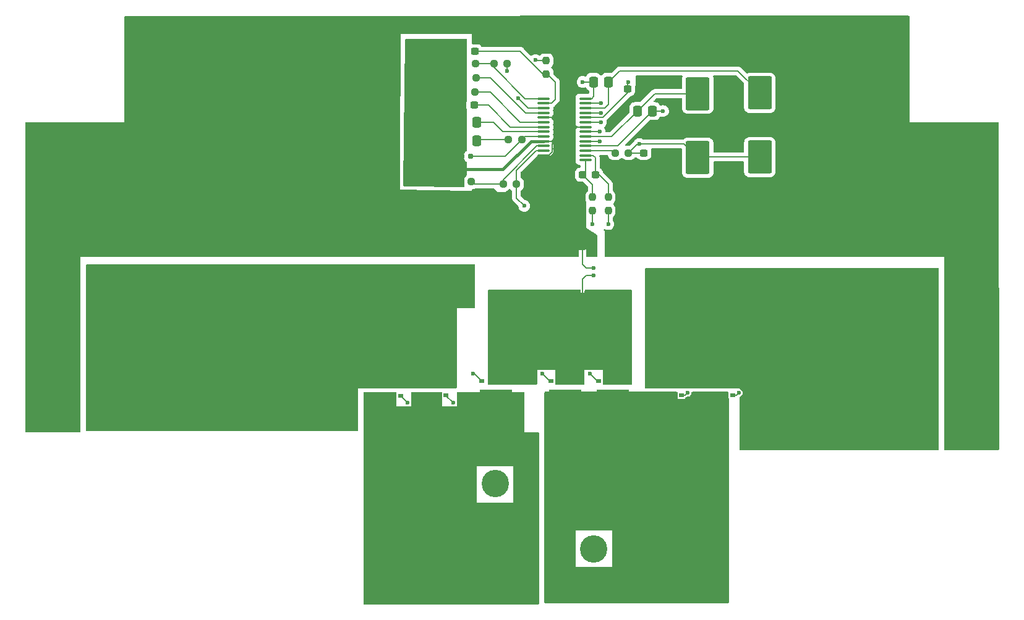
<source format=gtl>
%TF.GenerationSoftware,KiCad,Pcbnew,8.0.7*%
%TF.CreationDate,2025-01-13T19:37:05-08:00*%
%TF.ProjectId,DCDCv2,44434443-7632-42e6-9b69-6361645f7063,rev?*%
%TF.SameCoordinates,Original*%
%TF.FileFunction,Copper,L1,Top*%
%TF.FilePolarity,Positive*%
%FSLAX46Y46*%
G04 Gerber Fmt 4.6, Leading zero omitted, Abs format (unit mm)*
G04 Created by KiCad (PCBNEW 8.0.7) date 2025-01-13 19:37:05*
%MOMM*%
%LPD*%
G01*
G04 APERTURE LIST*
G04 Aperture macros list*
%AMRoundRect*
0 Rectangle with rounded corners*
0 $1 Rounding radius*
0 $2 $3 $4 $5 $6 $7 $8 $9 X,Y pos of 4 corners*
0 Add a 4 corners polygon primitive as box body*
4,1,4,$2,$3,$4,$5,$6,$7,$8,$9,$2,$3,0*
0 Add four circle primitives for the rounded corners*
1,1,$1+$1,$2,$3*
1,1,$1+$1,$4,$5*
1,1,$1+$1,$6,$7*
1,1,$1+$1,$8,$9*
0 Add four rect primitives between the rounded corners*
20,1,$1+$1,$2,$3,$4,$5,0*
20,1,$1+$1,$4,$5,$6,$7,0*
20,1,$1+$1,$6,$7,$8,$9,0*
20,1,$1+$1,$8,$9,$2,$3,0*%
G04 Aperture macros list end*
%TA.AperFunction,SMDPad,CuDef*%
%ADD10RoundRect,0.237500X0.250000X0.237500X-0.250000X0.237500X-0.250000X-0.237500X0.250000X-0.237500X0*%
%TD*%
%TA.AperFunction,SMDPad,CuDef*%
%ADD11R,0.650000X0.630000*%
%TD*%
%TA.AperFunction,SMDPad,CuDef*%
%ADD12R,4.459998X4.280271*%
%TD*%
%TA.AperFunction,SMDPad,CuDef*%
%ADD13R,1.498600X3.302000*%
%TD*%
%TA.AperFunction,ComponentPad*%
%ADD14C,1.803400*%
%TD*%
%TA.AperFunction,SMDPad,CuDef*%
%ADD15RoundRect,0.250000X0.337500X0.475000X-0.337500X0.475000X-0.337500X-0.475000X0.337500X-0.475000X0*%
%TD*%
%TA.AperFunction,SMDPad,CuDef*%
%ADD16RoundRect,0.155000X0.212500X0.155000X-0.212500X0.155000X-0.212500X-0.155000X0.212500X-0.155000X0*%
%TD*%
%TA.AperFunction,SMDPad,CuDef*%
%ADD17RoundRect,0.237500X-0.237500X0.250000X-0.237500X-0.250000X0.237500X-0.250000X0.237500X0.250000X0*%
%TD*%
%TA.AperFunction,ComponentPad*%
%ADD18C,2.000000*%
%TD*%
%TA.AperFunction,SMDPad,CuDef*%
%ADD19RoundRect,0.237500X-0.300000X-0.237500X0.300000X-0.237500X0.300000X0.237500X-0.300000X0.237500X0*%
%TD*%
%TA.AperFunction,SMDPad,CuDef*%
%ADD20RoundRect,0.250000X-1.400000X-2.000000X1.400000X-2.000000X1.400000X2.000000X-1.400000X2.000000X0*%
%TD*%
%TA.AperFunction,SMDPad,CuDef*%
%ADD21RoundRect,0.237500X0.300000X0.237500X-0.300000X0.237500X-0.300000X-0.237500X0.300000X-0.237500X0*%
%TD*%
%TA.AperFunction,ComponentPad*%
%ADD22C,3.750000*%
%TD*%
%TA.AperFunction,ComponentPad*%
%ADD23R,10.000000X5.000000*%
%TD*%
%TA.AperFunction,ComponentPad*%
%ADD24O,10.000000X5.000000*%
%TD*%
%TA.AperFunction,SMDPad,CuDef*%
%ADD25R,1.850000X3.500000*%
%TD*%
%TA.AperFunction,SMDPad,CuDef*%
%ADD26R,5.588000X2.489200*%
%TD*%
%TA.AperFunction,SMDPad,CuDef*%
%ADD27RoundRect,0.250000X-0.337500X-0.475000X0.337500X-0.475000X0.337500X0.475000X-0.337500X0.475000X0*%
%TD*%
%TA.AperFunction,SMDPad,CuDef*%
%ADD28O,1.699999X0.349999*%
%TD*%
%TA.AperFunction,SMDPad,CuDef*%
%ADD29R,3.099999X5.180000*%
%TD*%
%TA.AperFunction,ViaPad*%
%ADD30C,0.600000*%
%TD*%
%TA.AperFunction,Conductor*%
%ADD31C,0.200000*%
%TD*%
%TA.AperFunction,Conductor*%
%ADD32C,0.400000*%
%TD*%
G04 APERTURE END LIST*
D10*
%TO.P,Rfbt1,1,1*%
%TO.N,Vout*%
X87162500Y-49000000D03*
%TO.P,Rfbt1,2,2*%
%TO.N,Net-(U1-FB)*%
X85337500Y-49000000D03*
%TD*%
D11*
%TO.P,M3,1,Source*%
%TO.N,/sw2*%
X105940000Y-77970144D03*
%TO.P,M3,2,Source*%
X107210000Y-77970144D03*
%TO.P,M3,3,Source*%
X108480000Y-77970144D03*
%TO.P,M3,4,Gate*%
%TO.N,/hdrv2*%
X109750000Y-77970144D03*
D12*
%TO.P,M3,5,Drain*%
%TO.N,Vout*%
X107845001Y-74640136D03*
D11*
X105940000Y-72500000D03*
X107210000Y-72500000D03*
X108480000Y-72500000D03*
X109750000Y-72500000D03*
%TD*%
D13*
%TO.P,Cout1,1,+*%
%TO.N,Vout*%
X109241800Y-63000000D03*
%TO.P,Cout1,2,-*%
%TO.N,GND*%
X109241800Y-56091200D03*
%TD*%
D14*
%TO.P,Vin (15 to 28V),1,Pin_1*%
%TO.N,Vin*%
X34500000Y-73287202D03*
%TO.P,Vin (15 to 28V),2,Pin_2*%
%TO.N,GND*%
X25500018Y-79637202D03*
%TD*%
D15*
%TO.P,Ccomp1,1,1*%
%TO.N,Net-(Ccomp1-Pad1)*%
X81737500Y-43100000D03*
%TO.P,Ccomp1,2,2*%
%TO.N,GND*%
X79662500Y-43100000D03*
%TD*%
D16*
%TO.P,Ccomp2,1,1*%
%TO.N,Net-(U1-COMP)*%
X80867500Y-45200000D03*
%TO.P,Ccomp2,2,2*%
%TO.N,GND*%
X79732500Y-45200000D03*
%TD*%
D17*
%TO.P,Rcsg1,1,1*%
%TO.N,Net-(U1-CSG)*%
X97599998Y-50812499D03*
%TO.P,Rcsg1,2,2*%
%TO.N,GND*%
X97599998Y-52637499D03*
%TD*%
D13*
%TO.P,Cin1,1,+*%
%TO.N,Vin*%
X60500000Y-63000000D03*
%TO.P,Cin1,2,-*%
%TO.N,GND*%
X60500000Y-56091200D03*
%TD*%
D18*
%TO.P,GND,1*%
%TO.N,GND*%
X41500000Y-46000000D03*
%TD*%
D19*
%TO.P,Cvcc1,1,1*%
%TO.N,Net-(Dboot1-A)*%
X104599998Y-44724999D03*
%TO.P,Cvcc1,2,2*%
%TO.N,GND*%
X106324998Y-44724999D03*
%TD*%
D15*
%TO.P,Css1,1,1*%
%TO.N,Net-(U1-SS)*%
X81737500Y-40500000D03*
%TO.P,Css1,2,2*%
%TO.N,GND*%
X79662500Y-40500000D03*
%TD*%
D18*
%TO.P,Vin,1*%
%TO.N,Vin*%
X42000000Y-80000000D03*
%TD*%
D10*
%TO.P,Rt1,1,1*%
%TO.N,Net-(U1-RT_SYNC)*%
X81512500Y-36400000D03*
%TO.P,Rt1,2,2*%
%TO.N,GND*%
X79687500Y-36400000D03*
%TD*%
D18*
%TO.P,GND,1*%
%TO.N,GND*%
X133500000Y-46000000D03*
%TD*%
D13*
%TO.P,Cin_5,1,+*%
%TO.N,Vin*%
X70500000Y-63000000D03*
%TO.P,Cin_5,2,-*%
%TO.N,GND*%
X70500000Y-56091200D03*
%TD*%
D20*
%TO.P,Dboot1,1,K*%
%TO.N,Net-(Dboot1-K)*%
X120500000Y-36500000D03*
%TO.P,Dboot1,2,A*%
%TO.N,Net-(Dboot1-A)*%
X120500000Y-45300000D03*
%TD*%
D13*
%TO.P,Cin_4,1,+*%
%TO.N,Vin*%
X40500000Y-63000000D03*
%TO.P,Cin_4,2,-*%
%TO.N,GND*%
X40500000Y-56091200D03*
%TD*%
D21*
%TO.P,Ccs1,1,1*%
%TO.N,Net-(U1-CS)*%
X97962498Y-47724999D03*
%TO.P,Ccs1,2,2*%
%TO.N,Net-(U1-CSG)*%
X96237498Y-47724999D03*
%TD*%
D13*
%TO.P,Cout_4,1,+*%
%TO.N,Vout*%
X140250000Y-63000000D03*
%TO.P,Cout_4,2,-*%
%TO.N,GND*%
X140250000Y-56091200D03*
%TD*%
D22*
%TO.P,L1,*%
%TO.N,*%
X97750000Y-99000000D03*
X84250000Y-90100000D03*
D23*
%TO.P,L1,1,1*%
%TO.N,/sw1*%
X84250000Y-99000000D03*
D24*
%TO.P,L1,2,2*%
%TO.N,/sw2*%
X97750000Y-90100000D03*
%TD*%
D17*
%TO.P,Rf1,1,1*%
%TO.N,Net-(Df1-K)*%
X91250000Y-32087500D03*
%TO.P,Rf1,2,2*%
%TO.N,Net-(U1-VIN)*%
X91250000Y-33912500D03*
%TD*%
D11*
%TO.P,M1_2,1,Source*%
%TO.N,/sw1*%
X73690000Y-77970144D03*
%TO.P,M1_2,2,Source*%
X74960000Y-77970144D03*
%TO.P,M1_2,3,Source*%
X76230000Y-77970144D03*
%TO.P,M1_2,4,Gate*%
%TO.N,/hdrv1*%
X77500000Y-77970144D03*
D12*
%TO.P,M1_2,5,Drain*%
%TO.N,Vin*%
X75595001Y-74640136D03*
D11*
X73690000Y-72500000D03*
X74960000Y-72500000D03*
X76230000Y-72500000D03*
X77500000Y-72500000D03*
%TD*%
D21*
%TO.P,Cslope1,1,1*%
%TO.N,Net-(U1-SLOPE)*%
X81362500Y-38200000D03*
%TO.P,Cslope1,2,2*%
%TO.N,GND*%
X79637500Y-38200000D03*
%TD*%
D25*
%TO.P,Cbulk1,1,+*%
%TO.N,Vin*%
X31000000Y-62000000D03*
%TO.P,Cbulk1,2,-*%
%TO.N,GND*%
X31000000Y-56700000D03*
%TD*%
D11*
%TO.P,M1,1,Source*%
%TO.N,/sw1*%
X67500000Y-78000000D03*
%TO.P,M1,2,Source*%
X68770000Y-78000000D03*
%TO.P,M1,3,Source*%
X70040000Y-78000000D03*
%TO.P,M1,4,Gate*%
%TO.N,/hdrv1*%
X71310000Y-78000000D03*
D12*
%TO.P,M1,5,Drain*%
%TO.N,Vin*%
X69405001Y-74669992D03*
D11*
X67500000Y-72529856D03*
X68770000Y-72529856D03*
X70040000Y-72529856D03*
X71310000Y-72529856D03*
%TD*%
D13*
%TO.P,Cout_3,1,+*%
%TO.N,Vout*%
X130080600Y-63000000D03*
%TO.P,Cout_3,2,-*%
%TO.N,GND*%
X130080600Y-56091200D03*
%TD*%
D14*
%TO.P,Vout (24V),1,Pin_1*%
%TO.N,Vout*%
X139249008Y-80212798D03*
%TO.P,Vout (24V),2,Pin_2*%
%TO.N,GND*%
X148248990Y-73862798D03*
%TD*%
D17*
%TO.P,Rcsp1,1,1*%
%TO.N,Net-(U1-CS)*%
X99750000Y-50812499D03*
%TO.P,Rcsp1,2,2*%
%TO.N,/rcs2*%
X99750000Y-52637499D03*
%TD*%
D19*
%TO.P,Cbias1,1,1*%
%TO.N,Vout*%
X102387500Y-36000000D03*
%TO.P,Cbias1,2,2*%
%TO.N,GND*%
X104112500Y-36000000D03*
%TD*%
D10*
%TO.P,Ruvt1,1,1*%
%TO.N,Vin*%
X85900000Y-32500000D03*
%TO.P,Ruvt1,2,2*%
%TO.N,Net-(U1-EN)*%
X84075000Y-32500000D03*
%TD*%
D26*
%TO.P,Rsense1,1,1*%
%TO.N,GND*%
X93750000Y-56910600D03*
%TO.P,Rsense1,2,2*%
%TO.N,/rcs2*%
X93750000Y-65089400D03*
%TD*%
D13*
%TO.P,Cin_2,1,+*%
%TO.N,Vin*%
X50500000Y-62954400D03*
%TO.P,Cin_2,2,-*%
%TO.N,GND*%
X50500000Y-56045600D03*
%TD*%
D18*
%TO.P,Vout,1*%
%TO.N,Vout*%
X124500000Y-82000000D03*
%TD*%
D11*
%TO.P,M3_2,1,Source*%
%TO.N,/sw2*%
X112940000Y-77970144D03*
%TO.P,M3_2,2,Source*%
X114210000Y-77970144D03*
%TO.P,M3_2,3,Source*%
X115480000Y-77970144D03*
%TO.P,M3_2,4,Gate*%
%TO.N,/hdrv2*%
X116750000Y-77970144D03*
D12*
%TO.P,M3_2,5,Drain*%
%TO.N,Vout*%
X114845001Y-74640136D03*
D11*
X112940000Y-72500000D03*
X114210000Y-72500000D03*
X115480000Y-72500000D03*
X116750000Y-72500000D03*
%TD*%
D10*
%TO.P,Rfbb1,1,1*%
%TO.N,Net-(U1-FB)*%
X81012500Y-48700000D03*
%TO.P,Rfbb1,2,2*%
%TO.N,GND*%
X79187500Y-48700000D03*
%TD*%
D27*
%TO.P,Cboot2,1,1*%
%TO.N,Net-(Dboot2-K)*%
X103712500Y-39000000D03*
%TO.P,Cboot2,2,2*%
%TO.N,/sw2*%
X105787500Y-39000000D03*
%TD*%
D28*
%TO.P,U1,1,EN*%
%TO.N,Net-(U1-EN)*%
X90900000Y-37274999D03*
%TO.P,U1,2,VIN*%
%TO.N,Net-(U1-VIN)*%
X90900000Y-37925000D03*
%TO.P,U1,3,VINSNS*%
%TO.N,Vin*%
X90900000Y-38574999D03*
%TO.P,U1,4,MODE*%
%TO.N,Net-(U1-MODE)*%
X90900000Y-39225000D03*
%TO.P,U1,5,DITH*%
%TO.N,GND*%
X90900000Y-39874998D03*
%TO.P,U1,6,RT_SYNC*%
%TO.N,Net-(U1-RT_SYNC)*%
X90900000Y-40525000D03*
%TO.P,U1,7,SLOPE*%
%TO.N,Net-(U1-SLOPE)*%
X90900000Y-41174998D03*
%TO.P,U1,8,SS*%
%TO.N,Net-(U1-SS)*%
X90900000Y-41825000D03*
%TO.P,U1,9,COMP*%
%TO.N,Net-(U1-COMP)*%
X90900000Y-42474998D03*
%TO.P,U1,10,AGND*%
%TO.N,GND*%
X90900000Y-43125000D03*
%TO.P,U1,11,FB*%
%TO.N,Net-(U1-FB)*%
X90900000Y-43774998D03*
%TO.P,U1,12,VOSNS*%
%TO.N,Vout*%
X90900000Y-44424999D03*
%TO.P,U1,13,ISNS-*%
%TO.N,GND*%
X90900000Y-45074998D03*
%TO.P,U1,14,ISNS+*%
X90900000Y-45724999D03*
%TO.P,U1,15,CSG*%
%TO.N,Net-(U1-CSG)*%
X96599998Y-45724999D03*
%TO.P,U1,16,CS*%
%TO.N,Net-(U1-CS)*%
X96599998Y-45074998D03*
%TO.P,U1,17,PGOOD*%
%TO.N,Net-(U1-PGOOD)*%
X96599998Y-44424999D03*
%TO.P,U1,18,SW2*%
%TO.N,/sw2*%
X96599998Y-43774998D03*
%TO.P,U1,19,HDRV2*%
%TO.N,/hdrv2*%
X96599998Y-43125000D03*
%TO.P,U1,20,BOOT2*%
%TO.N,Net-(Dboot2-K)*%
X96599998Y-42474998D03*
%TO.P,U1,21,LDRV2*%
%TO.N,/ldrv2*%
X96599998Y-41825000D03*
%TO.P,U1,22,PGND*%
%TO.N,GND*%
X96599998Y-41174998D03*
%TO.P,U1,23,VCC*%
%TO.N,Net-(Dboot1-A)*%
X96599998Y-40525000D03*
%TO.P,U1,24,BIAS*%
%TO.N,Vout*%
X96599998Y-39874998D03*
%TO.P,U1,25,LDRV1*%
%TO.N,/ldrv1*%
X96599998Y-39225000D03*
%TO.P,U1,26,BOOT1*%
%TO.N,Net-(Dboot1-K)*%
X96599998Y-38574999D03*
%TO.P,U1,27,HDRV1*%
%TO.N,/hdrv1*%
X96599998Y-37925000D03*
%TO.P,U1,28,SW1*%
%TO.N,/sw1*%
X96599998Y-37274999D03*
D29*
%TO.P,U1,29,PAD*%
%TO.N,GND*%
X93749999Y-41499999D03*
%TD*%
D10*
%TO.P,Rpg1,1,1*%
%TO.N,Net-(Dboot1-A)*%
X102512498Y-44724999D03*
%TO.P,Rpg1,2,2*%
%TO.N,Net-(U1-PGOOD)*%
X100687498Y-44724999D03*
%TD*%
D13*
%TO.P,Cout_2,1,+*%
%TO.N,Vout*%
X119911200Y-63000000D03*
%TO.P,Cout_2,2,-*%
%TO.N,GND*%
X119911200Y-56091200D03*
%TD*%
D10*
%TO.P,Rmode1,1,1*%
%TO.N,Net-(U1-MODE)*%
X81612500Y-34400000D03*
%TO.P,Rmode1,2,2*%
%TO.N,GND*%
X79787500Y-34400000D03*
%TD*%
%TO.P,Ruvb1,1,1*%
%TO.N,Net-(U1-EN)*%
X81562500Y-32500000D03*
%TO.P,Ruvb1,2,2*%
%TO.N,GND*%
X79737500Y-32500000D03*
%TD*%
D18*
%TO.P,SW2,1*%
%TO.N,/sw2*%
X112500000Y-104500000D03*
%TD*%
D13*
%TO.P,Cin_3,1,+*%
%TO.N,Vin*%
X80500000Y-63000000D03*
%TO.P,Cin_3,2,-*%
%TO.N,GND*%
X80500000Y-56091200D03*
%TD*%
D18*
%TO.P,SW1,1*%
%TO.N,/sw1*%
X69500000Y-104500000D03*
%TD*%
D20*
%TO.P,Dboot2,1,K*%
%TO.N,Net-(Dboot2-K)*%
X112000000Y-36600000D03*
%TO.P,Dboot2,2,A*%
%TO.N,Net-(Dboot1-A)*%
X112000000Y-45400000D03*
%TD*%
D10*
%TO.P,Rcomp1,1,1*%
%TO.N,Net-(U1-COMP)*%
X87912500Y-42900000D03*
%TO.P,Rcomp1,2,2*%
%TO.N,Net-(Ccomp1-Pad1)*%
X86087500Y-42900000D03*
%TD*%
D15*
%TO.P,Cboot1,1,1*%
%TO.N,Net-(Dboot1-K)*%
X99787500Y-35000000D03*
%TO.P,Cboot1,2,2*%
%TO.N,/sw1*%
X97712500Y-35000000D03*
%TD*%
D11*
%TO.P,M4,1,Source*%
%TO.N,/rcs2*%
X95750000Y-76000000D03*
%TO.P,M4,2,Source*%
X94480000Y-76000000D03*
%TO.P,M4,3,Source*%
X93210000Y-76000000D03*
%TO.P,M4,4,Gate*%
%TO.N,/ldrv2*%
X91940000Y-76000000D03*
D12*
%TO.P,M4,5,Drain*%
%TO.N,/sw2*%
X93844999Y-79330008D03*
D11*
X95750000Y-81470144D03*
X94480000Y-81470144D03*
X93210000Y-81470144D03*
X91940000Y-81470144D03*
%TD*%
%TO.P,M2,1,Source*%
%TO.N,/rcs2*%
X86250000Y-76000000D03*
%TO.P,M2,2,Source*%
X84980000Y-76000000D03*
%TO.P,M2,3,Source*%
X83710000Y-76000000D03*
%TO.P,M2,4,Gate*%
%TO.N,/ldrv1*%
X82440000Y-76000000D03*
D12*
%TO.P,M2,5,Drain*%
%TO.N,/sw1*%
X84344999Y-79330008D03*
D11*
X86250000Y-81470144D03*
X84980000Y-81470144D03*
X83710000Y-81470144D03*
X82440000Y-81470144D03*
%TD*%
D21*
%TO.P,Cf1,1,1*%
%TO.N,Net-(U1-VIN)*%
X81462500Y-30800000D03*
%TO.P,Cf1,2,2*%
%TO.N,GND*%
X79737500Y-30800000D03*
%TD*%
D11*
%TO.P,M4_2,1,Source*%
%TO.N,/rcs2*%
X102250000Y-76000000D03*
%TO.P,M4_2,2,Source*%
X100980000Y-76000000D03*
%TO.P,M4_2,3,Source*%
X99710000Y-76000000D03*
%TO.P,M4_2,4,Gate*%
%TO.N,/ldrv2*%
X98440000Y-76000000D03*
D12*
%TO.P,M4_2,5,Drain*%
%TO.N,/sw2*%
X100344999Y-79330008D03*
D11*
X102250000Y-81470144D03*
X100980000Y-81470144D03*
X99710000Y-81470144D03*
X98440000Y-81470144D03*
%TD*%
D30*
%TO.N,GND*%
X52250000Y-50500000D03*
X35250000Y-50500000D03*
X43250000Y-51500000D03*
X119750000Y-53000000D03*
X103500000Y-53000000D03*
X51250000Y-51500000D03*
X52250000Y-51500000D03*
X32250000Y-52500000D03*
X48250000Y-50500000D03*
X46250000Y-52500000D03*
X64250000Y-51500000D03*
X112750000Y-51000000D03*
X129750000Y-51000000D03*
X133750000Y-52000000D03*
X142750000Y-50000000D03*
X30250000Y-52500000D03*
X63250000Y-53500000D03*
X109750000Y-53000000D03*
X92775000Y-43500000D03*
X47250000Y-51500000D03*
X135750000Y-50000000D03*
X138750000Y-53000000D03*
X94775000Y-43500000D03*
X41250000Y-53500000D03*
X33250000Y-51500000D03*
X30250000Y-51500000D03*
X134750000Y-51000000D03*
X54250000Y-52500000D03*
X62250000Y-50500000D03*
X138750000Y-50000000D03*
X33250000Y-50500000D03*
X138750000Y-51000000D03*
X92000000Y-54500000D03*
X141750000Y-51000000D03*
X130750000Y-50000000D03*
X110750000Y-53000000D03*
X36250000Y-51500000D03*
X106000000Y-35500000D03*
X39250000Y-50500000D03*
X60250000Y-51500000D03*
X44250000Y-51500000D03*
X139750000Y-53000000D03*
X61250000Y-51500000D03*
X45250000Y-52500000D03*
X136750000Y-52000000D03*
X120750000Y-52000000D03*
X109000000Y-35500000D03*
X109000000Y-34500000D03*
X135750000Y-51000000D03*
X36250000Y-53500000D03*
X120750000Y-50000000D03*
X31250000Y-51500000D03*
X114750000Y-51000000D03*
X40250000Y-53500000D03*
X93775000Y-41500000D03*
X49250000Y-51500000D03*
X58250000Y-52500000D03*
X122750000Y-52000000D03*
X37250000Y-53500000D03*
X87000000Y-54500000D03*
X127750000Y-53000000D03*
X137750000Y-51000000D03*
X115750000Y-53000000D03*
X93775000Y-39500000D03*
X101500000Y-55000000D03*
X118750000Y-51000000D03*
X38250000Y-50500000D03*
X42250000Y-52500000D03*
X121750000Y-50000000D03*
X132750000Y-52000000D03*
X147750000Y-52000000D03*
X60250000Y-53500000D03*
X117750000Y-50000000D03*
X132750000Y-51000000D03*
X38250000Y-53500000D03*
X60250000Y-52500000D03*
X145750000Y-52000000D03*
X52250000Y-52500000D03*
X140750000Y-52000000D03*
X61250000Y-52500000D03*
X32250000Y-50500000D03*
X112750000Y-52000000D03*
X125750000Y-50000000D03*
X45250000Y-50500000D03*
X34250000Y-51500000D03*
X137750000Y-52000000D03*
X148750000Y-51000000D03*
X63250000Y-51500000D03*
X44250000Y-53500000D03*
X54250000Y-51500000D03*
X43250000Y-52500000D03*
X51250000Y-50500000D03*
X43250000Y-50500000D03*
X93775000Y-43500000D03*
X38250000Y-51500000D03*
X135750000Y-52000000D03*
X48250000Y-53500000D03*
X116750000Y-51000000D03*
X92775000Y-42500000D03*
X103500000Y-54000000D03*
X133750000Y-51000000D03*
X34250000Y-50500000D03*
X51250000Y-52500000D03*
X139750000Y-52000000D03*
X124750000Y-52000000D03*
X147750000Y-51000000D03*
X58250000Y-50500000D03*
X148750000Y-53000000D03*
X66250000Y-50500000D03*
X63250000Y-52500000D03*
X42250000Y-51500000D03*
X101500000Y-56000000D03*
X135750000Y-53000000D03*
X127750000Y-52000000D03*
X39250000Y-51500000D03*
X142750000Y-52000000D03*
X123750000Y-52000000D03*
X124750000Y-50000000D03*
X110750000Y-51000000D03*
X66250000Y-51500000D03*
X45250000Y-51500000D03*
X37250000Y-51500000D03*
X122750000Y-51000000D03*
X47250000Y-52500000D03*
X123750000Y-51000000D03*
X91000000Y-53500000D03*
X109750000Y-50000000D03*
X29250000Y-52500000D03*
X127750000Y-50000000D03*
X119750000Y-51000000D03*
X128750000Y-53000000D03*
X120750000Y-53000000D03*
X131750000Y-51000000D03*
X28250000Y-51500000D03*
X48250000Y-51500000D03*
X112750000Y-53000000D03*
X47250000Y-53500000D03*
X46250000Y-53500000D03*
X86000000Y-54500000D03*
X50250000Y-50500000D03*
X117750000Y-52000000D03*
X38250000Y-52500000D03*
X141750000Y-50000000D03*
X121750000Y-52000000D03*
X146750000Y-51000000D03*
X143750000Y-52000000D03*
X59250000Y-53500000D03*
X117750000Y-53000000D03*
X93775000Y-40500000D03*
X88000000Y-53500000D03*
X51250000Y-53500000D03*
X90000000Y-53500000D03*
X145750000Y-53000000D03*
X58250000Y-51500000D03*
X55250000Y-51500000D03*
X137750000Y-53000000D03*
X89000000Y-53500000D03*
X145750000Y-50000000D03*
X142750000Y-53000000D03*
X102500000Y-55000000D03*
X44250000Y-52500000D03*
X145750000Y-51000000D03*
X65250000Y-50500000D03*
X55250000Y-50500000D03*
X48250000Y-52500000D03*
X119750000Y-52000000D03*
X115750000Y-52000000D03*
X66250000Y-52500000D03*
X110750000Y-50000000D03*
X94775000Y-41500000D03*
X125750000Y-52000000D03*
X97599998Y-54500000D03*
X142750000Y-51000000D03*
X85000000Y-54500000D03*
X131750000Y-50000000D03*
X133750000Y-50000000D03*
X85000000Y-53500000D03*
X125750000Y-51000000D03*
X61250000Y-53500000D03*
X121750000Y-53000000D03*
X129750000Y-52000000D03*
X113750000Y-50000000D03*
X102500000Y-54000000D03*
X108000000Y-34500000D03*
X144750000Y-50000000D03*
X109750000Y-51000000D03*
X128750000Y-50000000D03*
X53250000Y-52500000D03*
X122750000Y-50000000D03*
X91000000Y-54500000D03*
X62250000Y-52500000D03*
X118750000Y-52000000D03*
X126750000Y-51000000D03*
X28250000Y-52500000D03*
X126750000Y-50000000D03*
X148750000Y-50000000D03*
X39250000Y-53500000D03*
X55250000Y-52500000D03*
X61250000Y-50500000D03*
X136750000Y-51000000D03*
X111750000Y-52000000D03*
X44250000Y-50500000D03*
X29250000Y-51500000D03*
X56250000Y-50500000D03*
X111750000Y-50000000D03*
X47250000Y-50500000D03*
X27250000Y-52500000D03*
X118750000Y-50000000D03*
X111750000Y-51000000D03*
X124750000Y-51000000D03*
X58250000Y-53500000D03*
X35250000Y-51500000D03*
X88000000Y-54500000D03*
X134750000Y-52000000D03*
X139750000Y-50000000D03*
X49250000Y-52500000D03*
X123750000Y-50000000D03*
X115750000Y-51000000D03*
X32250000Y-51500000D03*
X41250000Y-51500000D03*
X64250000Y-50500000D03*
X31250000Y-53500000D03*
X34250000Y-52500000D03*
X116750000Y-50000000D03*
X129750000Y-53000000D03*
X29250000Y-50500000D03*
X113750000Y-52000000D03*
X126750000Y-53000000D03*
X128750000Y-52000000D03*
X140750000Y-50000000D03*
X130750000Y-52000000D03*
X28250000Y-53500000D03*
X62250000Y-53500000D03*
X89000000Y-54500000D03*
X116750000Y-52000000D03*
X109750000Y-52000000D03*
X64250000Y-53500000D03*
X124750000Y-53000000D03*
X50250000Y-53500000D03*
X29250000Y-53500000D03*
X136750000Y-50000000D03*
X141750000Y-52000000D03*
X110750000Y-52000000D03*
X55250000Y-53500000D03*
X59250000Y-52500000D03*
X146750000Y-52000000D03*
X146750000Y-50000000D03*
X36250000Y-52500000D03*
X129750000Y-50000000D03*
X30250000Y-53500000D03*
X133750000Y-53000000D03*
X37250000Y-52500000D03*
X39250000Y-52500000D03*
X37250000Y-50500000D03*
X40250000Y-51500000D03*
X86000000Y-53500000D03*
X27250000Y-50500000D03*
X114750000Y-53000000D03*
X139750000Y-51000000D03*
X41250000Y-52500000D03*
X52250000Y-53500000D03*
X59250000Y-51500000D03*
X118750000Y-53000000D03*
X33250000Y-52500000D03*
X56250000Y-53500000D03*
X65250000Y-51500000D03*
X117750000Y-51000000D03*
X56250000Y-52500000D03*
X54250000Y-53500000D03*
X35250000Y-53500000D03*
X114750000Y-50000000D03*
X49250000Y-53500000D03*
X65250000Y-53500000D03*
X136750000Y-53000000D03*
X115750000Y-50000000D03*
X32250000Y-53500000D03*
X97750000Y-60500000D03*
X107000000Y-35500000D03*
X27250000Y-53500000D03*
X143750000Y-53000000D03*
X140750000Y-53000000D03*
X92775000Y-39500000D03*
X134750000Y-50000000D03*
X53250000Y-53500000D03*
X87000000Y-53500000D03*
X66250000Y-53500000D03*
X65250000Y-52500000D03*
X144750000Y-53000000D03*
X30250000Y-50500000D03*
X143750000Y-50000000D03*
X57250000Y-50500000D03*
X128750000Y-51000000D03*
X127750000Y-51000000D03*
X31250000Y-52500000D03*
X57250000Y-53500000D03*
X57250000Y-51500000D03*
X50250000Y-51500000D03*
X102500000Y-56000000D03*
X144750000Y-52000000D03*
X63250000Y-50500000D03*
X148750000Y-52000000D03*
X46250000Y-50500000D03*
X56250000Y-51500000D03*
X40250000Y-50500000D03*
X59250000Y-50500000D03*
X143750000Y-51000000D03*
X102500000Y-53000000D03*
X140750000Y-51000000D03*
X28250000Y-50500000D03*
X92775000Y-41500000D03*
X60250000Y-50500000D03*
X131750000Y-53000000D03*
X101500000Y-53000000D03*
X43250000Y-53500000D03*
X107000000Y-34500000D03*
X41250000Y-50500000D03*
X130750000Y-53000000D03*
X125750000Y-53000000D03*
X134750000Y-53000000D03*
X123750000Y-53000000D03*
X147750000Y-53000000D03*
X54250000Y-50500000D03*
X42250000Y-53500000D03*
X111750000Y-53000000D03*
X45250000Y-53500000D03*
X49250000Y-50500000D03*
X106000000Y-34500000D03*
X147750000Y-50000000D03*
X27250000Y-51500000D03*
X108000000Y-35500000D03*
X40250000Y-52500000D03*
X31250000Y-50500000D03*
X46250000Y-51500000D03*
X132750000Y-53000000D03*
X33250000Y-53500000D03*
X53250000Y-51500000D03*
X93775000Y-42500000D03*
X121750000Y-51000000D03*
X132750000Y-50000000D03*
X57250000Y-52500000D03*
X36250000Y-50500000D03*
X94775000Y-42500000D03*
X92775000Y-40500000D03*
X113750000Y-51000000D03*
X113750000Y-53000000D03*
X120750000Y-51000000D03*
X64250000Y-52500000D03*
X90000000Y-54500000D03*
X137750000Y-50000000D03*
X141750000Y-53000000D03*
X130750000Y-51000000D03*
X35250000Y-52500000D03*
X62250000Y-51500000D03*
X103500000Y-55000000D03*
X126750000Y-52000000D03*
X101500000Y-54000000D03*
X50250000Y-52500000D03*
X138750000Y-52000000D03*
X122750000Y-53000000D03*
X94775000Y-39500000D03*
X103500000Y-56000000D03*
X131750000Y-52000000D03*
X114750000Y-52000000D03*
X42250000Y-50500000D03*
X146750000Y-53000000D03*
X144750000Y-51000000D03*
X94775000Y-40500000D03*
X116750000Y-53000000D03*
X112750000Y-50000000D03*
X34250000Y-53500000D03*
X119750000Y-50000000D03*
X92000000Y-53500000D03*
X53250000Y-50500000D03*
%TO.N,/sw1*%
X70750000Y-89000000D03*
X81000000Y-78000000D03*
X73500000Y-83000000D03*
X77500000Y-81000000D03*
X67750000Y-90000000D03*
X70750000Y-94000000D03*
X76500000Y-82000000D03*
X68750000Y-94000000D03*
X69750000Y-92000000D03*
X69750000Y-95000000D03*
X73500000Y-80000000D03*
X67750000Y-95000000D03*
X70750000Y-87000000D03*
X70750000Y-91000000D03*
X73500000Y-81000000D03*
X79500000Y-83000000D03*
X70750000Y-100000000D03*
X76500000Y-80000000D03*
X68750000Y-101000000D03*
X74500000Y-82000000D03*
X70750000Y-92000000D03*
X67750000Y-94000000D03*
X68750000Y-88000000D03*
X67750000Y-101000000D03*
X68750000Y-87000000D03*
X68750000Y-92000000D03*
X67750000Y-99000000D03*
X67750000Y-96000000D03*
X70750000Y-97000000D03*
X67750000Y-86000000D03*
X76500000Y-81000000D03*
X70750000Y-99000000D03*
X80500000Y-82000000D03*
X68750000Y-97000000D03*
X67750000Y-89000000D03*
X68750000Y-96000000D03*
X78500000Y-83000000D03*
X69750000Y-96000000D03*
X70750000Y-95000000D03*
X69750000Y-87000000D03*
X75500000Y-82000000D03*
X80500000Y-81000000D03*
X69750000Y-91000000D03*
X69750000Y-90000000D03*
X67750000Y-91000000D03*
X70750000Y-101000000D03*
X77500000Y-83000000D03*
X79500000Y-82000000D03*
X67750000Y-93000000D03*
X74500000Y-81000000D03*
X68750000Y-99000000D03*
X68750000Y-86000000D03*
X77500000Y-80000000D03*
X96250000Y-35000000D03*
X75500000Y-81000000D03*
X70750000Y-88000000D03*
X69750000Y-88000000D03*
X78500000Y-82000000D03*
X73500000Y-82000000D03*
X69750000Y-89000000D03*
X74500000Y-83000000D03*
X75500000Y-83000000D03*
X70750000Y-96000000D03*
X69750000Y-100000000D03*
X79500000Y-80000000D03*
X76500000Y-83000000D03*
X78500000Y-80000000D03*
X70750000Y-86000000D03*
X68750000Y-93000000D03*
X68750000Y-98000000D03*
X67750000Y-97000000D03*
X80500000Y-80000000D03*
X69750000Y-101000000D03*
X77500000Y-82000000D03*
X69750000Y-94000000D03*
X68750000Y-95000000D03*
X68750000Y-91000000D03*
X69750000Y-97000000D03*
X79500000Y-81000000D03*
X69750000Y-93000000D03*
X69750000Y-86000000D03*
X67750000Y-98000000D03*
X80500000Y-83000000D03*
X70750000Y-90000000D03*
X67750000Y-88000000D03*
X75500000Y-80000000D03*
X67750000Y-100000000D03*
X69750000Y-98000000D03*
X74500000Y-80000000D03*
X67750000Y-87000000D03*
X68750000Y-100000000D03*
X78500000Y-81000000D03*
X68750000Y-89000000D03*
X68750000Y-90000000D03*
X70750000Y-93000000D03*
X67750000Y-92000000D03*
X69750000Y-99000000D03*
X70750000Y-98000000D03*
%TO.N,/sw2*%
X114250000Y-96500000D03*
X113250000Y-86500000D03*
X111250000Y-94500000D03*
X112250000Y-85500000D03*
X114250000Y-100500000D03*
X111250000Y-88500000D03*
X112250000Y-99500000D03*
X113250000Y-85500000D03*
X111250000Y-91500000D03*
X112250000Y-90500000D03*
X112250000Y-93500000D03*
X114250000Y-92500000D03*
X114250000Y-91500000D03*
X112250000Y-92500000D03*
X114250000Y-98500000D03*
X112250000Y-87500000D03*
X111250000Y-100500000D03*
X111250000Y-96500000D03*
X112250000Y-97500000D03*
X111250000Y-92500000D03*
X113250000Y-89500000D03*
X114250000Y-87500000D03*
X113250000Y-94500000D03*
X111250000Y-89500000D03*
X111250000Y-90500000D03*
X114250000Y-95500000D03*
X113250000Y-100500000D03*
X113250000Y-92500000D03*
X113250000Y-96500000D03*
X111250000Y-97500000D03*
X111250000Y-93500000D03*
X107250000Y-39000000D03*
X112250000Y-94500000D03*
X111250000Y-87500000D03*
X112250000Y-86500000D03*
X113250000Y-98500000D03*
X114250000Y-99500000D03*
X113250000Y-88500000D03*
X114250000Y-97500000D03*
X113250000Y-87500000D03*
X111250000Y-99500000D03*
X114250000Y-86500000D03*
X113250000Y-90500000D03*
X114250000Y-90500000D03*
X111250000Y-98500000D03*
X114250000Y-89500000D03*
X111250000Y-85500000D03*
X112250000Y-98500000D03*
X112250000Y-91500000D03*
X114250000Y-94500000D03*
X112250000Y-88500000D03*
X114250000Y-93500000D03*
X112250000Y-89500000D03*
X112250000Y-95500000D03*
X111250000Y-86500000D03*
X104000000Y-78000000D03*
X112250000Y-96500000D03*
X113250000Y-91500000D03*
X114250000Y-88500000D03*
X112250000Y-100500000D03*
X111250000Y-95500000D03*
X113250000Y-99500000D03*
X113250000Y-93500000D03*
X113250000Y-95500000D03*
X113250000Y-97500000D03*
X114250000Y-85500000D03*
%TO.N,Vin*%
X47500000Y-74000000D03*
X53500000Y-75000000D03*
X59500000Y-74000000D03*
X56500000Y-72000000D03*
X53500000Y-74000000D03*
X63500000Y-72000000D03*
X46500000Y-72000000D03*
X55500000Y-75000000D03*
X48500000Y-73000000D03*
X57500000Y-72000000D03*
X40500000Y-74000000D03*
X55500000Y-72000000D03*
X49500000Y-75000000D03*
X61500000Y-72000000D03*
X57500000Y-75000000D03*
X48500000Y-75000000D03*
X40500000Y-73000000D03*
X57500000Y-74000000D03*
X46500000Y-73000000D03*
X45500000Y-73000000D03*
X55500000Y-73000000D03*
X41500000Y-75000000D03*
X62500000Y-72000000D03*
X54500000Y-72000000D03*
X45500000Y-74000000D03*
X44500000Y-72000000D03*
X61500000Y-73000000D03*
X43500000Y-72000000D03*
X54500000Y-73000000D03*
X60500000Y-74000000D03*
X51500000Y-75000000D03*
X56500000Y-74000000D03*
X58500000Y-72000000D03*
X46500000Y-75000000D03*
X52500000Y-74000000D03*
X56500000Y-73000000D03*
X51500000Y-72000000D03*
X40500000Y-72000000D03*
X63500000Y-75000000D03*
X49500000Y-73000000D03*
X58500000Y-74000000D03*
X42500000Y-74000000D03*
X51500000Y-73000000D03*
X59500000Y-73000000D03*
X50500000Y-72000000D03*
X85900000Y-33500000D03*
X50500000Y-74000000D03*
X41500000Y-73000000D03*
X59500000Y-75000000D03*
X87400000Y-37200000D03*
X44500000Y-75000000D03*
X47500000Y-75000000D03*
X54500000Y-75000000D03*
X57500000Y-73000000D03*
X60500000Y-72000000D03*
X61500000Y-75000000D03*
X52500000Y-75000000D03*
X50500000Y-75000000D03*
X47500000Y-72000000D03*
X43500000Y-73000000D03*
X61500000Y-74000000D03*
X41500000Y-74000000D03*
X53500000Y-73000000D03*
X51500000Y-74000000D03*
X43500000Y-74000000D03*
X59500000Y-72000000D03*
X58500000Y-75000000D03*
X62500000Y-75000000D03*
X43500000Y-75000000D03*
X62500000Y-74000000D03*
X40500000Y-75000000D03*
X46500000Y-74000000D03*
X45500000Y-75000000D03*
X45500000Y-72000000D03*
X52500000Y-73000000D03*
X44500000Y-74000000D03*
X49500000Y-74000000D03*
X63500000Y-73000000D03*
X42500000Y-75000000D03*
X55500000Y-74000000D03*
X52500000Y-72000000D03*
X62500000Y-73000000D03*
X58500000Y-73000000D03*
X50500000Y-73000000D03*
X56500000Y-75000000D03*
X42500000Y-72000000D03*
X63500000Y-74000000D03*
X53500000Y-72000000D03*
X60500000Y-73000000D03*
X60500000Y-75000000D03*
X47500000Y-73000000D03*
X49500000Y-72000000D03*
X42500000Y-73000000D03*
X48500000Y-74000000D03*
X44500000Y-73000000D03*
X48500000Y-72000000D03*
X54500000Y-74000000D03*
X41500000Y-72000000D03*
%TO.N,Net-(Dboot1-A)*%
X104000000Y-43500000D03*
X98750000Y-40500000D03*
%TO.N,/rcs2*%
X85000000Y-64000000D03*
X87000000Y-64000000D03*
X85000000Y-67000000D03*
X97750000Y-61500000D03*
X85000000Y-65000000D03*
X86000000Y-64000000D03*
X88000000Y-65000000D03*
X87000000Y-67000000D03*
X88000000Y-66000000D03*
X85000000Y-66000000D03*
X87000000Y-66000000D03*
X99750000Y-54500000D03*
X88000000Y-64000000D03*
X86000000Y-67000000D03*
X87000000Y-65000000D03*
X86000000Y-66000000D03*
X88000000Y-67000000D03*
X86000000Y-65000000D03*
%TO.N,Net-(Df1-K)*%
X89750000Y-32000000D03*
%TO.N,/hdrv1*%
X78520000Y-79000000D03*
X98750000Y-37925000D03*
X72250000Y-79000000D03*
%TO.N,/hdrv2*%
X110625000Y-77625000D03*
X117625000Y-77625000D03*
X98625000Y-43125000D03*
%TO.N,/ldrv2*%
X90750000Y-75000000D03*
X98575000Y-41825000D03*
X97250000Y-75000000D03*
%TO.N,/ldrv1*%
X81250000Y-75000000D03*
X98750000Y-39225000D03*
%TO.N,Vout*%
X131750000Y-68500000D03*
X113750000Y-67500000D03*
X118750000Y-68500000D03*
X119750000Y-66500000D03*
X129750000Y-66500000D03*
X102500000Y-35000000D03*
X125750000Y-69500000D03*
X120750000Y-67500000D03*
X123750000Y-68500000D03*
X119750000Y-67500000D03*
X127750000Y-67500000D03*
X111750000Y-69500000D03*
X132750000Y-68500000D03*
X115750000Y-68500000D03*
X131750000Y-67500000D03*
X107500000Y-66500000D03*
X128750000Y-68500000D03*
X121750000Y-66500000D03*
X134750000Y-68500000D03*
X122750000Y-66500000D03*
X113750000Y-69500000D03*
X117750000Y-69500000D03*
X122750000Y-68500000D03*
X113750000Y-68500000D03*
X123750000Y-66500000D03*
X133750000Y-69500000D03*
X114750000Y-67500000D03*
X132750000Y-69500000D03*
X130750000Y-67500000D03*
X105500000Y-65500000D03*
X118750000Y-67500000D03*
X105500000Y-66500000D03*
X130750000Y-68500000D03*
X133750000Y-68500000D03*
X112750000Y-69500000D03*
X121750000Y-69500000D03*
X119750000Y-68500000D03*
X128750000Y-69500000D03*
X118750000Y-69500000D03*
X121750000Y-68500000D03*
X111750000Y-66500000D03*
X131750000Y-66500000D03*
X106500000Y-65500000D03*
X133750000Y-67500000D03*
X115750000Y-69500000D03*
X122750000Y-67500000D03*
X107500000Y-64500000D03*
X132750000Y-67500000D03*
X124750000Y-69500000D03*
X133750000Y-66500000D03*
X112750000Y-67500000D03*
X112750000Y-68500000D03*
X134750000Y-67500000D03*
X129750000Y-67500000D03*
X120750000Y-68500000D03*
X126750000Y-69500000D03*
X105500000Y-64500000D03*
X106500000Y-66500000D03*
X120750000Y-66500000D03*
X116750000Y-69500000D03*
X127750000Y-68500000D03*
X128750000Y-66500000D03*
X117750000Y-67500000D03*
X88250000Y-52000000D03*
X126750000Y-68500000D03*
X116750000Y-66500000D03*
X125750000Y-67500000D03*
X107500000Y-65500000D03*
X111750000Y-67500000D03*
X106500000Y-64500000D03*
X130750000Y-69500000D03*
X116750000Y-67500000D03*
X126750000Y-67500000D03*
X117750000Y-66500000D03*
X123750000Y-69500000D03*
X130750000Y-66500000D03*
X115750000Y-66500000D03*
X113750000Y-66500000D03*
X111750000Y-68500000D03*
X129750000Y-69500000D03*
X129750000Y-68500000D03*
X124750000Y-66500000D03*
X134750000Y-69500000D03*
X131750000Y-69500000D03*
X116750000Y-68500000D03*
X120750000Y-69500000D03*
X117750000Y-68500000D03*
X114750000Y-69500000D03*
X112750000Y-66500000D03*
X114750000Y-66500000D03*
X134750000Y-66500000D03*
X127750000Y-66500000D03*
X125750000Y-68500000D03*
X125750000Y-66500000D03*
X122750000Y-69500000D03*
X132750000Y-66500000D03*
X124750000Y-67500000D03*
X127750000Y-69500000D03*
X119750000Y-69500000D03*
X124750000Y-68500000D03*
X121750000Y-67500000D03*
X115750000Y-67500000D03*
X126750000Y-66500000D03*
X128750000Y-67500000D03*
X118750000Y-66500000D03*
X114750000Y-68500000D03*
X123750000Y-67500000D03*
%TD*%
D31*
%TO.N,GND*%
X93249997Y-43292893D02*
X92957105Y-43000001D01*
X92957105Y-42999999D02*
X93249997Y-42707107D01*
X96599998Y-41174998D02*
X95132105Y-41174998D01*
X93249997Y-42707107D02*
X93249997Y-42000001D01*
X94957107Y-41000000D02*
X94542893Y-41000000D01*
D32*
X90900000Y-43125000D02*
X89175000Y-43125000D01*
D31*
X90900000Y-39874998D02*
X92417892Y-39874998D01*
X91596752Y-45074998D02*
X92050000Y-44621750D01*
X97599998Y-52637499D02*
X97599998Y-54500000D01*
X92542891Y-39999997D02*
X92957103Y-39999997D01*
D32*
X89175000Y-43125000D02*
X85300000Y-47000000D01*
D31*
X93249997Y-40292891D02*
X93249997Y-40999997D01*
X96750000Y-60500000D02*
X97750000Y-60500000D01*
X92050000Y-43492890D02*
X92542891Y-42999999D01*
X92957103Y-39999997D02*
X93249997Y-40292891D01*
X96250000Y-57000000D02*
X96250000Y-60000000D01*
X92417892Y-39874998D02*
X92542891Y-39999997D01*
X96250000Y-60000000D02*
X96750000Y-60500000D01*
X92542893Y-42999999D02*
X92957105Y-42999999D01*
X92542891Y-42999999D02*
X92957105Y-42999999D01*
X93249997Y-40999997D02*
X93396446Y-41146446D01*
X96160600Y-56910600D02*
X96250000Y-57000000D01*
X92417892Y-43125000D02*
X92542893Y-42999999D01*
X90900000Y-45074998D02*
X91596752Y-45074998D01*
X92050000Y-44621750D02*
X92050000Y-43492890D01*
X93750000Y-56910600D02*
X96160600Y-56910600D01*
X90900000Y-45724999D02*
X91575000Y-45724999D01*
X92957105Y-43000001D02*
X92542891Y-43000001D01*
X90900000Y-43125000D02*
X92417892Y-43125000D01*
X93249997Y-42000001D02*
X93396446Y-41853552D01*
X91775000Y-45724999D02*
X93249997Y-44250002D01*
D32*
X85300000Y-47000000D02*
X79700000Y-47000000D01*
D31*
X95132105Y-41174998D02*
X94957107Y-41000000D01*
X93249997Y-44250002D02*
X93249997Y-43292893D01*
%TO.N,Net-(Dboot1-K)*%
X99787500Y-35000000D02*
X99787500Y-38037498D01*
X99787500Y-38037498D02*
X99787499Y-38037499D01*
X99249998Y-38574999D02*
X99787499Y-38037499D01*
X120500000Y-36500000D02*
X117500000Y-33500000D01*
X117500000Y-33500000D02*
X101287500Y-33500000D01*
X96599998Y-38574999D02*
X99249998Y-38574999D01*
X101287500Y-33500000D02*
X99787500Y-35000000D01*
%TO.N,/sw1*%
X96750000Y-35000000D02*
X96250000Y-35000000D01*
X96599998Y-37274999D02*
X97475001Y-37274999D01*
X97712500Y-35000000D02*
X96750000Y-35000000D01*
X97750000Y-37000000D02*
X97750000Y-35037500D01*
X97750000Y-35037500D02*
X97712500Y-35000000D01*
X97475001Y-37274999D02*
X97750000Y-37000000D01*
%TO.N,Net-(Dboot2-K)*%
X106112500Y-36600000D02*
X103712500Y-39000000D01*
X112000000Y-36600000D02*
X106112500Y-36600000D01*
X96599998Y-42474998D02*
X100237502Y-42474998D01*
X100237502Y-42474998D02*
X103712500Y-39000000D01*
%TO.N,/sw2*%
X101012502Y-43774998D02*
X105787500Y-39000000D01*
X105787500Y-39000000D02*
X107250000Y-39000000D01*
X96599998Y-43774998D02*
X101012502Y-43774998D01*
%TO.N,Net-(Ccomp1-Pad1)*%
X81937500Y-42900000D02*
X81737500Y-43100000D01*
X86087500Y-42900000D02*
X81937500Y-42900000D01*
%TO.N,Net-(U1-COMP)*%
X90203251Y-42474998D02*
X90900000Y-42474998D01*
X85612500Y-45200000D02*
X80667500Y-45200000D01*
X87912500Y-42900000D02*
X85612500Y-45200000D01*
X90900000Y-42474998D02*
X88262499Y-42474998D01*
X80667500Y-45200000D02*
X80767500Y-45300000D01*
X80767500Y-45300000D02*
X81067500Y-45300000D01*
%TO.N,Net-(U1-CSG)*%
X96599998Y-45724999D02*
X96599998Y-47362499D01*
X96599998Y-47362499D02*
X96237498Y-47724999D01*
X97599998Y-49087499D02*
X96237498Y-47724999D01*
X97599998Y-50812499D02*
X97599998Y-49087499D01*
%TO.N,Net-(U1-CS)*%
X97649998Y-45074998D02*
X97962498Y-45387498D01*
X97962498Y-47724999D02*
X98474999Y-47724999D01*
X98474999Y-47724999D02*
X99750000Y-49000000D01*
X99750000Y-49000000D02*
X99750000Y-50812499D01*
X97962498Y-45387498D02*
X97962498Y-47724999D01*
X96599998Y-45074998D02*
X97649998Y-45074998D01*
%TO.N,Net-(U1-VIN)*%
X91950000Y-37925000D02*
X92500000Y-37375000D01*
X92500000Y-37375000D02*
X92500000Y-35000000D01*
X90900000Y-37925000D02*
X91950000Y-37925000D01*
X87701471Y-30800000D02*
X90813971Y-33912500D01*
X92500000Y-35000000D02*
X91412500Y-33912500D01*
X81462500Y-30800000D02*
X87701471Y-30800000D01*
X91412500Y-33912500D02*
X91250000Y-33912500D01*
X90813971Y-33912500D02*
X91250000Y-33912500D01*
%TO.N,Vin*%
X60250000Y-63500000D02*
X60250000Y-63590622D01*
X40250000Y-63454400D02*
X40250000Y-63545022D01*
X30250000Y-63590622D02*
X30250000Y-63500000D01*
X50250000Y-63500000D02*
X50250000Y-63590622D01*
X88774999Y-38574999D02*
X90900000Y-38574999D01*
X70250000Y-63500000D02*
X70250000Y-63590622D01*
X85900000Y-32500000D02*
X85900000Y-33500000D01*
X87400000Y-37200000D02*
X88774999Y-38574999D01*
%TO.N,Net-(U1-SLOPE)*%
X90900000Y-41174998D02*
X86287498Y-41174998D01*
X86287498Y-41174998D02*
X83312500Y-38200000D01*
X83312500Y-38200000D02*
X81362500Y-38200000D01*
%TO.N,Net-(U1-SS)*%
X85325000Y-41825000D02*
X84000000Y-40500000D01*
X84000000Y-40500000D02*
X81737500Y-40500000D01*
X90900000Y-41825000D02*
X85325000Y-41825000D01*
%TO.N,Net-(Dboot1-A)*%
X103737497Y-43500000D02*
X102512498Y-44724999D01*
X104000000Y-43500000D02*
X110100000Y-43500000D01*
X98725000Y-40525000D02*
X98750000Y-40500000D01*
X112100000Y-45300000D02*
X112000000Y-45400000D01*
X102512498Y-44724999D02*
X104599998Y-44724999D01*
X96599998Y-40525000D02*
X98725000Y-40525000D01*
X110100000Y-43500000D02*
X112000000Y-45400000D01*
X120500000Y-45300000D02*
X112100000Y-45300000D01*
X104000000Y-43500000D02*
X103737497Y-43500000D01*
%TO.N,/rcs2*%
X96160600Y-65089400D02*
X96250000Y-65000000D01*
X96250000Y-65000000D02*
X96250000Y-62000000D01*
X93750000Y-65089400D02*
X96160600Y-65089400D01*
X96250000Y-62000000D02*
X96750000Y-61500000D01*
X96750000Y-61500000D02*
X97750000Y-61500000D01*
X99750000Y-52637499D02*
X99750000Y-54500000D01*
%TO.N,Net-(Df1-K)*%
X91250000Y-32087500D02*
X89837500Y-32087500D01*
X89837500Y-32087500D02*
X89750000Y-32000000D01*
%TO.N,/hdrv1*%
X96599998Y-37925000D02*
X98750000Y-37925000D01*
X78520000Y-79000000D02*
X77520000Y-78000000D01*
X71290000Y-78000000D02*
X71290000Y-78040000D01*
X77520000Y-78000000D02*
X77750000Y-78000000D01*
X71290000Y-78040000D02*
X72250000Y-79000000D01*
%TO.N,/hdrv2*%
X110625000Y-77625000D02*
X110279856Y-77970144D01*
X110279856Y-77970144D02*
X109750000Y-77970144D01*
X117279856Y-77970144D02*
X116750000Y-77970144D01*
X117625000Y-77625000D02*
X117279856Y-77970144D01*
X96599998Y-43125000D02*
X98625000Y-43125000D01*
%TO.N,/ldrv2*%
X98440000Y-76000000D02*
X98250000Y-76000000D01*
X91750000Y-76000000D02*
X90750000Y-75000000D01*
X98250000Y-76000000D02*
X97250000Y-75000000D01*
X91940000Y-76000000D02*
X91750000Y-76000000D01*
X96599998Y-41825000D02*
X98575000Y-41825000D01*
%TO.N,Net-(U1-FB)*%
X89934316Y-43774998D02*
X85337500Y-48371814D01*
X90900000Y-43774998D02*
X89934316Y-43774998D01*
X81312500Y-49000000D02*
X81012500Y-48700000D01*
X85337500Y-48371814D02*
X85337500Y-49000000D01*
X85337500Y-49000000D02*
X81312500Y-49000000D01*
%TO.N,Net-(U1-MODE)*%
X90900000Y-39225000D02*
X88387500Y-39225000D01*
X88387500Y-39225000D02*
X83562500Y-34400000D01*
X83562500Y-34400000D02*
X81612500Y-34400000D01*
%TO.N,Net-(U1-PGOOD)*%
X96599998Y-44424999D02*
X100387498Y-44424999D01*
X100387498Y-44424999D02*
X100687498Y-44724999D01*
%TO.N,Net-(U1-RT_SYNC)*%
X87687500Y-40525000D02*
X83562500Y-36400000D01*
X90900000Y-40525000D02*
X87687500Y-40525000D01*
X83562500Y-36400000D02*
X81512500Y-36400000D01*
%TO.N,Net-(U1-EN)*%
X81562500Y-32500000D02*
X84075000Y-32500000D01*
X84075000Y-32500000D02*
X84075000Y-32975000D01*
X84075000Y-32975000D02*
X88374999Y-37274999D01*
X88374999Y-37274999D02*
X90900000Y-37274999D01*
%TO.N,/ldrv1*%
X82440000Y-76000000D02*
X81440000Y-75000000D01*
X81440000Y-75000000D02*
X81250000Y-75000000D01*
X96599998Y-39225000D02*
X98750000Y-39225000D01*
%TO.N,Vout*%
X87162500Y-47112499D02*
X87162500Y-50912500D01*
X102387500Y-35112500D02*
X102500000Y-35000000D01*
X87162500Y-50912500D02*
X88250000Y-52000000D01*
X98987502Y-39874998D02*
X102387500Y-36475000D01*
X102387500Y-36475000D02*
X102387500Y-36000000D01*
X90900000Y-44424999D02*
X89850000Y-44424999D01*
X96599998Y-39874998D02*
X98987502Y-39874998D01*
X102387500Y-36000000D02*
X102387500Y-35112500D01*
X89850000Y-44424999D02*
X87162500Y-47112499D01*
%TD*%
%TA.AperFunction,Conductor*%
%TO.N,/sw2*%
G36*
X109173315Y-77489829D02*
G01*
X109219070Y-77542633D01*
X109229014Y-77611791D01*
X109227893Y-77618335D01*
X109224500Y-77635391D01*
X109224500Y-78304896D01*
X109236131Y-78363373D01*
X109236132Y-78363374D01*
X109280447Y-78429696D01*
X109346769Y-78474011D01*
X109346770Y-78474012D01*
X109405247Y-78485643D01*
X109405250Y-78485644D01*
X109405252Y-78485644D01*
X110094750Y-78485644D01*
X110094751Y-78485643D01*
X110109568Y-78482696D01*
X110153229Y-78474012D01*
X110153229Y-78474011D01*
X110153231Y-78474011D01*
X110219552Y-78429696D01*
X110263867Y-78363375D01*
X110265180Y-78356772D01*
X110297565Y-78294862D01*
X110354702Y-78261189D01*
X110395845Y-78250165D01*
X110464367Y-78210604D01*
X110488761Y-78186210D01*
X110513154Y-78161818D01*
X110574477Y-78128334D01*
X110600834Y-78125500D01*
X110696962Y-78125500D01*
X110696962Y-78125499D01*
X110804121Y-78094035D01*
X110835050Y-78084954D01*
X110835050Y-78084953D01*
X110835053Y-78084953D01*
X110956128Y-78007143D01*
X111050377Y-77898373D01*
X111110165Y-77767457D01*
X111130647Y-77625000D01*
X111128748Y-77611790D01*
X111138692Y-77542631D01*
X111184448Y-77489828D01*
X111251486Y-77470144D01*
X116106276Y-77470144D01*
X116173315Y-77489829D01*
X116219070Y-77542633D01*
X116229014Y-77611791D01*
X116227893Y-77618335D01*
X116224500Y-77635391D01*
X116224500Y-78304896D01*
X116236131Y-78363373D01*
X116240560Y-78374063D01*
X116250000Y-78421518D01*
X116250000Y-106346144D01*
X116230315Y-106413183D01*
X116177511Y-106458938D01*
X116126000Y-106470144D01*
X91124000Y-106470144D01*
X91056961Y-106450459D01*
X91011206Y-106397655D01*
X91000000Y-106346144D01*
X91000000Y-98000000D01*
X95250000Y-98000000D01*
X95250000Y-101500000D01*
X100250000Y-101500000D01*
X100250000Y-96500000D01*
X95250000Y-96500000D01*
X95250000Y-98000000D01*
X91000000Y-98000000D01*
X91000000Y-77594144D01*
X91019685Y-77527105D01*
X91072489Y-77481350D01*
X91124000Y-77470144D01*
X109106276Y-77470144D01*
X109173315Y-77489829D01*
G37*
%TD.AperFunction*%
%TD*%
%TA.AperFunction,Conductor*%
%TO.N,Vin*%
G36*
X81443039Y-60019685D02*
G01*
X81488794Y-60072489D01*
X81500000Y-60124000D01*
X81500000Y-65876000D01*
X81480315Y-65943039D01*
X81427511Y-65988794D01*
X81376000Y-66000000D01*
X79000000Y-66000000D01*
X79000000Y-76876000D01*
X78980315Y-76943039D01*
X78927511Y-76988794D01*
X78876000Y-77000000D01*
X65500000Y-77000000D01*
X65500000Y-82776000D01*
X65480315Y-82843039D01*
X65427511Y-82888794D01*
X65376000Y-82900000D01*
X28324000Y-82900000D01*
X28256961Y-82880315D01*
X28211206Y-82827511D01*
X28200000Y-82776000D01*
X28200000Y-60124000D01*
X28219685Y-60056961D01*
X28272489Y-60011206D01*
X28324000Y-60000000D01*
X81376000Y-60000000D01*
X81443039Y-60019685D01*
G37*
%TD.AperFunction*%
%TD*%
%TA.AperFunction,Conductor*%
%TO.N,GND*%
G36*
X80343039Y-29119685D02*
G01*
X80388794Y-29172489D01*
X80400000Y-29224000D01*
X80400000Y-37597602D01*
X80390317Y-37641282D01*
X80391364Y-37641629D01*
X80389092Y-37648482D01*
X80389092Y-37648484D01*
X80334826Y-37812247D01*
X80334826Y-37812248D01*
X80334825Y-37812248D01*
X80324500Y-37913315D01*
X80324500Y-38486669D01*
X80324501Y-38486687D01*
X80334825Y-38587752D01*
X80334826Y-38587755D01*
X80391364Y-38758372D01*
X80390314Y-38758719D01*
X80400000Y-38802397D01*
X80400000Y-44363525D01*
X80380315Y-44430564D01*
X80339122Y-44470257D01*
X80250046Y-44522937D01*
X80250040Y-44522941D01*
X80132941Y-44640040D01*
X80132934Y-44640049D01*
X80048629Y-44782601D01*
X80048628Y-44782604D01*
X80002424Y-44941637D01*
X80002423Y-44941643D01*
X79999500Y-44978789D01*
X79999500Y-45421190D01*
X79999501Y-45421215D01*
X80002423Y-45458354D01*
X80048630Y-45617400D01*
X80132934Y-45759950D01*
X80132941Y-45759959D01*
X80250040Y-45877058D01*
X80250044Y-45877061D01*
X80250046Y-45877063D01*
X80339121Y-45929742D01*
X80386805Y-45980811D01*
X80400000Y-46036474D01*
X80400000Y-47749790D01*
X80380315Y-47816829D01*
X80341097Y-47855328D01*
X80301653Y-47879657D01*
X80301649Y-47879660D01*
X80179661Y-48001648D01*
X80089093Y-48148481D01*
X80089091Y-48148486D01*
X80078761Y-48179660D01*
X80034826Y-48312247D01*
X80034826Y-48312248D01*
X80034825Y-48312248D01*
X80024500Y-48413315D01*
X80024500Y-48986669D01*
X80024501Y-48986687D01*
X80034825Y-49087752D01*
X80056557Y-49153334D01*
X80082988Y-49233095D01*
X80085390Y-49302922D01*
X80049659Y-49362964D01*
X79987138Y-49394157D01*
X79963840Y-49396090D01*
X71823777Y-49301439D01*
X71756971Y-49280976D01*
X71711833Y-49227644D01*
X71701225Y-49176221D01*
X71898784Y-29222770D01*
X71919131Y-29155931D01*
X71972386Y-29110701D01*
X72022778Y-29100000D01*
X80276000Y-29100000D01*
X80343039Y-29119685D01*
G37*
%TD.AperFunction*%
%TA.AperFunction,Conductor*%
G36*
X140942961Y-25928882D02*
G01*
X140988756Y-25981652D01*
X141000000Y-26033248D01*
X141000000Y-40500000D01*
X153088352Y-40500000D01*
X153155391Y-40519685D01*
X153201146Y-40572489D01*
X153212352Y-40623896D01*
X153249896Y-85375896D01*
X153230268Y-85442952D01*
X153177502Y-85488751D01*
X153125896Y-85500000D01*
X145874000Y-85500000D01*
X145806961Y-85480315D01*
X145761206Y-85427511D01*
X145750000Y-85376000D01*
X145750000Y-59000000D01*
X99374000Y-59000000D01*
X99306961Y-58980315D01*
X99261206Y-58927511D01*
X99250000Y-58876000D01*
X99250000Y-55499999D01*
X99148235Y-55347353D01*
X99127427Y-55280654D01*
X99145982Y-55213293D01*
X99198009Y-55166657D01*
X99266991Y-55155553D01*
X99317381Y-55173576D01*
X99400476Y-55225788D01*
X99400478Y-55225789D01*
X99557273Y-55280654D01*
X99570745Y-55285368D01*
X99570750Y-55285369D01*
X99749996Y-55305565D01*
X99750000Y-55305565D01*
X99750004Y-55305565D01*
X99929249Y-55285369D01*
X99929252Y-55285368D01*
X99929255Y-55285368D01*
X100099522Y-55225789D01*
X100252262Y-55129816D01*
X100379816Y-55002262D01*
X100475789Y-54849522D01*
X100535368Y-54679255D01*
X100555565Y-54500000D01*
X100535368Y-54320745D01*
X100475789Y-54150478D01*
X100379816Y-53997738D01*
X100379814Y-53997736D01*
X100379813Y-53997734D01*
X100377550Y-53994896D01*
X100376659Y-53992715D01*
X100376111Y-53991842D01*
X100376264Y-53991745D01*
X100351144Y-53930209D01*
X100350500Y-53917587D01*
X100350500Y-53599899D01*
X100370185Y-53532860D01*
X100409401Y-53494362D01*
X100448350Y-53470339D01*
X100570340Y-53348349D01*
X100660908Y-53201515D01*
X100715174Y-53037752D01*
X100725500Y-52936676D01*
X100725499Y-52338323D01*
X100715174Y-52237246D01*
X100660908Y-52073483D01*
X100570340Y-51926649D01*
X100456371Y-51812680D01*
X100422886Y-51751357D01*
X100427870Y-51681665D01*
X100456371Y-51637318D01*
X100570340Y-51523349D01*
X100660908Y-51376515D01*
X100715174Y-51212752D01*
X100725500Y-51111676D01*
X100725499Y-50513323D01*
X100715174Y-50412246D01*
X100660908Y-50248483D01*
X100570340Y-50101649D01*
X100448350Y-49979659D01*
X100448349Y-49979658D01*
X100409402Y-49955635D01*
X100362678Y-49903686D01*
X100350500Y-49850097D01*
X100350500Y-49089060D01*
X100350501Y-49089047D01*
X100350501Y-48920944D01*
X100350501Y-48920943D01*
X100309577Y-48768216D01*
X100277889Y-48713330D01*
X100230524Y-48631290D01*
X100230518Y-48631282D01*
X99027474Y-47428239D01*
X98993989Y-47366916D01*
X98991797Y-47353156D01*
X98990172Y-47337246D01*
X98935906Y-47173483D01*
X98845338Y-47026649D01*
X98723348Y-46904659D01*
X98723344Y-46904656D01*
X98621901Y-46842085D01*
X98575176Y-46790137D01*
X98562998Y-46736547D01*
X98562998Y-45476558D01*
X98562999Y-45476545D01*
X98562999Y-45308442D01*
X98562999Y-45308441D01*
X98529009Y-45181591D01*
X98530672Y-45111743D01*
X98569834Y-45053881D01*
X98634062Y-45026376D01*
X98648784Y-45025499D01*
X99591370Y-45025499D01*
X99658409Y-45045184D01*
X99704164Y-45097988D01*
X99709076Y-45110495D01*
X99764089Y-45276512D01*
X99764091Y-45276517D01*
X99783782Y-45308441D01*
X99854658Y-45423349D01*
X99976648Y-45545339D01*
X100123482Y-45635907D01*
X100287245Y-45690173D01*
X100388321Y-45700499D01*
X100986674Y-45700498D01*
X100986682Y-45700497D01*
X100986685Y-45700497D01*
X101042028Y-45694843D01*
X101087751Y-45690173D01*
X101251514Y-45635907D01*
X101398348Y-45545339D01*
X101512317Y-45431370D01*
X101573640Y-45397885D01*
X101643332Y-45402869D01*
X101687679Y-45431370D01*
X101801648Y-45545339D01*
X101948482Y-45635907D01*
X102112245Y-45690173D01*
X102213321Y-45700499D01*
X102811674Y-45700498D01*
X102811682Y-45700497D01*
X102811685Y-45700497D01*
X102867028Y-45694843D01*
X102912751Y-45690173D01*
X103076514Y-45635907D01*
X103223348Y-45545339D01*
X103345338Y-45423349D01*
X103369360Y-45384403D01*
X103421308Y-45337678D01*
X103474899Y-45325499D01*
X103587597Y-45325499D01*
X103654636Y-45345184D01*
X103693136Y-45384403D01*
X103715841Y-45421215D01*
X103717158Y-45423349D01*
X103839148Y-45545339D01*
X103985982Y-45635907D01*
X104149745Y-45690173D01*
X104250821Y-45700499D01*
X104949174Y-45700498D01*
X104949182Y-45700497D01*
X104949185Y-45700497D01*
X105004528Y-45694843D01*
X105050251Y-45690173D01*
X105214014Y-45635907D01*
X105360848Y-45545339D01*
X105482838Y-45423349D01*
X105573406Y-45276515D01*
X105627672Y-45112752D01*
X105637998Y-45011676D01*
X105637997Y-44438323D01*
X105637204Y-44430564D01*
X105627672Y-44337246D01*
X105604136Y-44266220D01*
X105603235Y-44263503D01*
X105600834Y-44193676D01*
X105636565Y-44133634D01*
X105699086Y-44102441D01*
X105720942Y-44100500D01*
X109725500Y-44100500D01*
X109792539Y-44120185D01*
X109838294Y-44172989D01*
X109849500Y-44224500D01*
X109849500Y-47450001D01*
X109849501Y-47450018D01*
X109860000Y-47552796D01*
X109860001Y-47552799D01*
X109915185Y-47719331D01*
X109915186Y-47719334D01*
X110007288Y-47868656D01*
X110131344Y-47992712D01*
X110280666Y-48084814D01*
X110447203Y-48139999D01*
X110549991Y-48150500D01*
X113450008Y-48150499D01*
X113552797Y-48139999D01*
X113719334Y-48084814D01*
X113868656Y-47992712D01*
X113992712Y-47868656D01*
X114084814Y-47719334D01*
X114139999Y-47552797D01*
X114150500Y-47450009D01*
X114150500Y-46024500D01*
X114170185Y-45957461D01*
X114222989Y-45911706D01*
X114274500Y-45900500D01*
X118225501Y-45900500D01*
X118292540Y-45920185D01*
X118338295Y-45972989D01*
X118349501Y-46024500D01*
X118349501Y-47350018D01*
X118360000Y-47452796D01*
X118360001Y-47452799D01*
X118393137Y-47552795D01*
X118415186Y-47619334D01*
X118507288Y-47768656D01*
X118631344Y-47892712D01*
X118780666Y-47984814D01*
X118947203Y-48039999D01*
X119049991Y-48050500D01*
X121950008Y-48050499D01*
X122052797Y-48039999D01*
X122219334Y-47984814D01*
X122368656Y-47892712D01*
X122492712Y-47768656D01*
X122584814Y-47619334D01*
X122639999Y-47452797D01*
X122650500Y-47350009D01*
X122650499Y-43249992D01*
X122639999Y-43147203D01*
X122584814Y-42980666D01*
X122492712Y-42831344D01*
X122368656Y-42707288D01*
X122219334Y-42615186D01*
X122052797Y-42560001D01*
X122052795Y-42560000D01*
X121950010Y-42549500D01*
X119049998Y-42549500D01*
X119049981Y-42549501D01*
X118947203Y-42560000D01*
X118947200Y-42560001D01*
X118780668Y-42615185D01*
X118780663Y-42615187D01*
X118631342Y-42707289D01*
X118507289Y-42831342D01*
X118415187Y-42980663D01*
X118415185Y-42980668D01*
X118397322Y-43034575D01*
X118360001Y-43147203D01*
X118360001Y-43147204D01*
X118360000Y-43147204D01*
X118349500Y-43249983D01*
X118349500Y-44575500D01*
X118329815Y-44642539D01*
X118277011Y-44688294D01*
X118225500Y-44699500D01*
X114274499Y-44699500D01*
X114207460Y-44679815D01*
X114161705Y-44627011D01*
X114150499Y-44575500D01*
X114150499Y-43349998D01*
X114150498Y-43349981D01*
X114139999Y-43247203D01*
X114139998Y-43247200D01*
X114109384Y-43154813D01*
X114084814Y-43080666D01*
X113992712Y-42931344D01*
X113868656Y-42807288D01*
X113719334Y-42715186D01*
X113552797Y-42660001D01*
X113552795Y-42660000D01*
X113450010Y-42649500D01*
X110549998Y-42649500D01*
X110549981Y-42649501D01*
X110447203Y-42660000D01*
X110447200Y-42660001D01*
X110280668Y-42715185D01*
X110280663Y-42715187D01*
X110131342Y-42807289D01*
X110075451Y-42863181D01*
X110014128Y-42896666D01*
X109987770Y-42899500D01*
X104582412Y-42899500D01*
X104515373Y-42879815D01*
X104505097Y-42872445D01*
X104502263Y-42870185D01*
X104502262Y-42870184D01*
X104425603Y-42822016D01*
X104349523Y-42774211D01*
X104179254Y-42714631D01*
X104179249Y-42714630D01*
X104000004Y-42694435D01*
X103999996Y-42694435D01*
X103820750Y-42714630D01*
X103820745Y-42714631D01*
X103650476Y-42774211D01*
X103497737Y-42870184D01*
X103370183Y-42997738D01*
X103343230Y-43040633D01*
X103325921Y-43062338D01*
X103256978Y-43131283D01*
X103256977Y-43131282D01*
X103256975Y-43131286D01*
X102675080Y-43713180D01*
X102613757Y-43746665D01*
X102587399Y-43749499D01*
X102213328Y-43749499D01*
X102213317Y-43749500D01*
X102196870Y-43751180D01*
X102128178Y-43738407D01*
X102077296Y-43690524D01*
X102060378Y-43622733D01*
X102082797Y-43556558D01*
X102096587Y-43540146D01*
X105374916Y-40261818D01*
X105436239Y-40228333D01*
X105462597Y-40225499D01*
X106175002Y-40225499D01*
X106175008Y-40225499D01*
X106277797Y-40214999D01*
X106444334Y-40159814D01*
X106593656Y-40067712D01*
X106717712Y-39943656D01*
X106808324Y-39796748D01*
X106860272Y-39750024D01*
X106929234Y-39738801D01*
X106954818Y-39744804D01*
X107070737Y-39785366D01*
X107070743Y-39785367D01*
X107070745Y-39785368D01*
X107070746Y-39785368D01*
X107070750Y-39785369D01*
X107249996Y-39805565D01*
X107250000Y-39805565D01*
X107250004Y-39805565D01*
X107429249Y-39785369D01*
X107429252Y-39785368D01*
X107429255Y-39785368D01*
X107599522Y-39725789D01*
X107752262Y-39629816D01*
X107879816Y-39502262D01*
X107975789Y-39349522D01*
X108035368Y-39179255D01*
X108035369Y-39179249D01*
X108055565Y-39000003D01*
X108055565Y-38999996D01*
X108035369Y-38820750D01*
X108035368Y-38820745D01*
X108011592Y-38752797D01*
X107975789Y-38650478D01*
X107975494Y-38650009D01*
X107879815Y-38497737D01*
X107752262Y-38370184D01*
X107599523Y-38274211D01*
X107429254Y-38214631D01*
X107429249Y-38214630D01*
X107250004Y-38194435D01*
X107249996Y-38194435D01*
X107070750Y-38214630D01*
X107070742Y-38214632D01*
X106954817Y-38255196D01*
X106885038Y-38258757D01*
X106824411Y-38224028D01*
X106808324Y-38203251D01*
X106807890Y-38202547D01*
X106717712Y-38056344D01*
X106593656Y-37932288D01*
X106444334Y-37840186D01*
X106277797Y-37785001D01*
X106277795Y-37785000D01*
X106175016Y-37774500D01*
X106175009Y-37774500D01*
X106086597Y-37774500D01*
X106019558Y-37754815D01*
X105973803Y-37702011D01*
X105963859Y-37632853D01*
X105992884Y-37569297D01*
X105998916Y-37562819D01*
X106083813Y-37477923D01*
X106324917Y-37236819D01*
X106386240Y-37203334D01*
X106412598Y-37200500D01*
X109725501Y-37200500D01*
X109792540Y-37220185D01*
X109838295Y-37272989D01*
X109849501Y-37324500D01*
X109849501Y-38650018D01*
X109860000Y-38752796D01*
X109860001Y-38752799D01*
X109915185Y-38919331D01*
X109915187Y-38919336D01*
X109932529Y-38947452D01*
X110007288Y-39068656D01*
X110131344Y-39192712D01*
X110280666Y-39284814D01*
X110447203Y-39339999D01*
X110549991Y-39350500D01*
X113450008Y-39350499D01*
X113459563Y-39349523D01*
X113467895Y-39348671D01*
X113552797Y-39339999D01*
X113719334Y-39284814D01*
X113868656Y-39192712D01*
X113992712Y-39068656D01*
X114084814Y-38919334D01*
X114139999Y-38752797D01*
X114150500Y-38650009D01*
X114150499Y-34549992D01*
X114139999Y-34447203D01*
X114084814Y-34280666D01*
X114084811Y-34280662D01*
X114083059Y-34276903D01*
X114082629Y-34274075D01*
X114082542Y-34273811D01*
X114082587Y-34273796D01*
X114072568Y-34207825D01*
X114101089Y-34144042D01*
X114159567Y-34105803D01*
X114195442Y-34100500D01*
X117199903Y-34100500D01*
X117266942Y-34120185D01*
X117287584Y-34136819D01*
X118313181Y-35162416D01*
X118346666Y-35223739D01*
X118349500Y-35250097D01*
X118349500Y-38550001D01*
X118349501Y-38550018D01*
X118360000Y-38652796D01*
X118360001Y-38652799D01*
X118415185Y-38819331D01*
X118415187Y-38819336D01*
X118435671Y-38852546D01*
X118507288Y-38968656D01*
X118631344Y-39092712D01*
X118780666Y-39184814D01*
X118947203Y-39239999D01*
X119049991Y-39250500D01*
X121950008Y-39250499D01*
X122052797Y-39239999D01*
X122219334Y-39184814D01*
X122368656Y-39092712D01*
X122492712Y-38968656D01*
X122584814Y-38819334D01*
X122639999Y-38652797D01*
X122650500Y-38550009D01*
X122650499Y-34449992D01*
X122639999Y-34347203D01*
X122584814Y-34180666D01*
X122492712Y-34031344D01*
X122368656Y-33907288D01*
X122242252Y-33829322D01*
X122219336Y-33815187D01*
X122219331Y-33815185D01*
X122217862Y-33814698D01*
X122052797Y-33760001D01*
X122052795Y-33760000D01*
X121950010Y-33749500D01*
X119049998Y-33749500D01*
X119049981Y-33749501D01*
X118947203Y-33760000D01*
X118947200Y-33760001D01*
X118780659Y-33815188D01*
X118780071Y-33815463D01*
X118779628Y-33815530D01*
X118773811Y-33817458D01*
X118773481Y-33816463D01*
X118710992Y-33825950D01*
X118647211Y-33797425D01*
X118639994Y-33790758D01*
X117987590Y-33138355D01*
X117987588Y-33138352D01*
X117868717Y-33019481D01*
X117868709Y-33019475D01*
X117766936Y-32960717D01*
X117766934Y-32960716D01*
X117731790Y-32940425D01*
X117731789Y-32940424D01*
X117719263Y-32937067D01*
X117579057Y-32899499D01*
X117420943Y-32899499D01*
X117413347Y-32899499D01*
X117413331Y-32899500D01*
X101208440Y-32899500D01*
X101167519Y-32910464D01*
X101167519Y-32910465D01*
X101130666Y-32920340D01*
X101055714Y-32940423D01*
X101055709Y-32940426D01*
X100918790Y-33019475D01*
X100918782Y-33019481D01*
X100806978Y-33131286D01*
X100200082Y-33738181D01*
X100138759Y-33771666D01*
X100112401Y-33774500D01*
X99399998Y-33774500D01*
X99399980Y-33774501D01*
X99297203Y-33785000D01*
X99297200Y-33785001D01*
X99130668Y-33840185D01*
X99130663Y-33840187D01*
X98981342Y-33932289D01*
X98857285Y-34056346D01*
X98855537Y-34059182D01*
X98853829Y-34060717D01*
X98852807Y-34062011D01*
X98852585Y-34061836D01*
X98803589Y-34105905D01*
X98734626Y-34117126D01*
X98670544Y-34089282D01*
X98644463Y-34059182D01*
X98642714Y-34056346D01*
X98518657Y-33932289D01*
X98518656Y-33932288D01*
X98384470Y-33849522D01*
X98369336Y-33840187D01*
X98369331Y-33840185D01*
X98348345Y-33833231D01*
X98202797Y-33785001D01*
X98202795Y-33785000D01*
X98100010Y-33774500D01*
X97324998Y-33774500D01*
X97324980Y-33774501D01*
X97222203Y-33785000D01*
X97222200Y-33785001D01*
X97055668Y-33840185D01*
X97055663Y-33840187D01*
X96906342Y-33932289D01*
X96782289Y-34056342D01*
X96691675Y-34203251D01*
X96639727Y-34249976D01*
X96570764Y-34261197D01*
X96545182Y-34255196D01*
X96429257Y-34214632D01*
X96429249Y-34214630D01*
X96250004Y-34194435D01*
X96249996Y-34194435D01*
X96070750Y-34214630D01*
X96070745Y-34214631D01*
X95900476Y-34274211D01*
X95747737Y-34370184D01*
X95620184Y-34497737D01*
X95524211Y-34650476D01*
X95464631Y-34820745D01*
X95464630Y-34820750D01*
X95444435Y-34999996D01*
X95444435Y-35000003D01*
X95464630Y-35179249D01*
X95464631Y-35179254D01*
X95524211Y-35349523D01*
X95540533Y-35375499D01*
X95620184Y-35502262D01*
X95747738Y-35629816D01*
X95804328Y-35665374D01*
X95880649Y-35713330D01*
X95900478Y-35725789D01*
X96070742Y-35785367D01*
X96070745Y-35785368D01*
X96070750Y-35785369D01*
X96249996Y-35805565D01*
X96250000Y-35805565D01*
X96250004Y-35805565D01*
X96429249Y-35785369D01*
X96429252Y-35785368D01*
X96429255Y-35785368D01*
X96429256Y-35785367D01*
X96429259Y-35785367D01*
X96460397Y-35774470D01*
X96545183Y-35744802D01*
X96614959Y-35741240D01*
X96675586Y-35775968D01*
X96691675Y-35796748D01*
X96779590Y-35939283D01*
X96782288Y-35943656D01*
X96906344Y-36067712D01*
X97055666Y-36159814D01*
X97064498Y-36162740D01*
X97121944Y-36202508D01*
X97148771Y-36267022D01*
X97149500Y-36280448D01*
X97149500Y-36475500D01*
X97129815Y-36542539D01*
X97077011Y-36588294D01*
X97025500Y-36599500D01*
X95858462Y-36599500D01*
X95727969Y-36625457D01*
X95727961Y-36625459D01*
X95605031Y-36676378D01*
X95494392Y-36750304D01*
X95400303Y-36844393D01*
X95326377Y-36955032D01*
X95275458Y-37077962D01*
X95275456Y-37077970D01*
X95249499Y-37208463D01*
X95249499Y-37341534D01*
X95275456Y-37472027D01*
X95275458Y-37472035D01*
X95308807Y-37552546D01*
X95316276Y-37622016D01*
X95308807Y-37647451D01*
X95275459Y-37727959D01*
X95275456Y-37727971D01*
X95249499Y-37858464D01*
X95249499Y-37991535D01*
X95275456Y-38122028D01*
X95275459Y-38122040D01*
X95308806Y-38202547D01*
X95316275Y-38272016D01*
X95308807Y-38297451D01*
X95275456Y-38377967D01*
X95275456Y-38377970D01*
X95249499Y-38508463D01*
X95249499Y-38641534D01*
X95275456Y-38772027D01*
X95275458Y-38772035D01*
X95308807Y-38852546D01*
X95316276Y-38922016D01*
X95308807Y-38947451D01*
X95275459Y-39027959D01*
X95275456Y-39027971D01*
X95249499Y-39158464D01*
X95249499Y-39291535D01*
X95275456Y-39422028D01*
X95275458Y-39422036D01*
X95308807Y-39502546D01*
X95316276Y-39572015D01*
X95308807Y-39597452D01*
X95275458Y-39677961D01*
X95275456Y-39677969D01*
X95249499Y-39808462D01*
X95249499Y-39941533D01*
X95275456Y-40072026D01*
X95275459Y-40072038D01*
X95308807Y-40152547D01*
X95316276Y-40222016D01*
X95308807Y-40247451D01*
X95275459Y-40327959D01*
X95275456Y-40327971D01*
X95249499Y-40458464D01*
X95249499Y-40591535D01*
X95275456Y-40722028D01*
X95275458Y-40722036D01*
X95326377Y-40844966D01*
X95400303Y-40955605D01*
X95494389Y-41049691D01*
X95494393Y-41049694D01*
X95527623Y-41071898D01*
X95572428Y-41125510D01*
X95581135Y-41194835D01*
X95550980Y-41257863D01*
X95527623Y-41278102D01*
X95494393Y-41300305D01*
X95494389Y-41300308D01*
X95400303Y-41394394D01*
X95326377Y-41505033D01*
X95275458Y-41627963D01*
X95275456Y-41627971D01*
X95249499Y-41758464D01*
X95249499Y-41891535D01*
X95259177Y-41940187D01*
X95275458Y-42022036D01*
X95302706Y-42087819D01*
X95308807Y-42102546D01*
X95316276Y-42172015D01*
X95308807Y-42197452D01*
X95275458Y-42277961D01*
X95275456Y-42277969D01*
X95249499Y-42408462D01*
X95249499Y-42541533D01*
X95275456Y-42672026D01*
X95275459Y-42672038D01*
X95308807Y-42752547D01*
X95316276Y-42822016D01*
X95308807Y-42847451D01*
X95275459Y-42927959D01*
X95275456Y-42927971D01*
X95249499Y-43058464D01*
X95249499Y-43191535D01*
X95275456Y-43322028D01*
X95275458Y-43322036D01*
X95308807Y-43402546D01*
X95316276Y-43472015D01*
X95308807Y-43497449D01*
X95299390Y-43520185D01*
X95275458Y-43577961D01*
X95275456Y-43577969D01*
X95249499Y-43708462D01*
X95249499Y-43841533D01*
X95275456Y-43972026D01*
X95275458Y-43972034D01*
X95308807Y-44052545D01*
X95316276Y-44122015D01*
X95308807Y-44147450D01*
X95275459Y-44227958D01*
X95275456Y-44227970D01*
X95249499Y-44358463D01*
X95249499Y-44491534D01*
X95275456Y-44622027D01*
X95275459Y-44622039D01*
X95308806Y-44702546D01*
X95316275Y-44772015D01*
X95308807Y-44797450D01*
X95275456Y-44877966D01*
X95275456Y-44877969D01*
X95249499Y-45008462D01*
X95249499Y-45141533D01*
X95275456Y-45272026D01*
X95275458Y-45272034D01*
X95308807Y-45352545D01*
X95316276Y-45422015D01*
X95308807Y-45447450D01*
X95275459Y-45527958D01*
X95275456Y-45527970D01*
X95249499Y-45658463D01*
X95249499Y-45791534D01*
X95275456Y-45922027D01*
X95275458Y-45922035D01*
X95326377Y-46044965D01*
X95400303Y-46155604D01*
X95494392Y-46249693D01*
X95567984Y-46298865D01*
X95605029Y-46323618D01*
X95727962Y-46374539D01*
X95837996Y-46396426D01*
X95858462Y-46400497D01*
X95858466Y-46400498D01*
X95858467Y-46400498D01*
X95875498Y-46400498D01*
X95942537Y-46420183D01*
X95988292Y-46472987D01*
X95999498Y-46524498D01*
X95999498Y-46626164D01*
X95979813Y-46693203D01*
X95927009Y-46738958D01*
X95888100Y-46749522D01*
X95787244Y-46759825D01*
X95623482Y-46814091D01*
X95623479Y-46814092D01*
X95476646Y-46904660D01*
X95354659Y-47026647D01*
X95264091Y-47173480D01*
X95264090Y-47173483D01*
X95209824Y-47337246D01*
X95209824Y-47337247D01*
X95209823Y-47337247D01*
X95199498Y-47438314D01*
X95199498Y-48011668D01*
X95199499Y-48011686D01*
X95209823Y-48112751D01*
X95231995Y-48179659D01*
X95264090Y-48276515D01*
X95354658Y-48423349D01*
X95476648Y-48545339D01*
X95623482Y-48635907D01*
X95787245Y-48690173D01*
X95888321Y-48700499D01*
X96312400Y-48700498D01*
X96379439Y-48720182D01*
X96400081Y-48736817D01*
X96963179Y-49299915D01*
X96996664Y-49361238D01*
X96999498Y-49387596D01*
X96999498Y-49850097D01*
X96979813Y-49917136D01*
X96940596Y-49955635D01*
X96901648Y-49979658D01*
X96779659Y-50101647D01*
X96689091Y-50248480D01*
X96689090Y-50248483D01*
X96634824Y-50412246D01*
X96634824Y-50412247D01*
X96634823Y-50412247D01*
X96624498Y-50513314D01*
X96624498Y-51111668D01*
X96624499Y-51111686D01*
X96634823Y-51212751D01*
X96657510Y-51281214D01*
X96689090Y-51376515D01*
X96731539Y-51445336D01*
X96750000Y-51510432D01*
X96750000Y-55000000D01*
X98194784Y-55963189D01*
X98239644Y-56016753D01*
X98250000Y-56066362D01*
X98250000Y-58876000D01*
X98230315Y-58943039D01*
X98177511Y-58988794D01*
X98126000Y-59000000D01*
X96874000Y-59000000D01*
X96806961Y-58980315D01*
X96761206Y-58927511D01*
X96750000Y-58876000D01*
X96750000Y-58000000D01*
X95750000Y-58000000D01*
X95750000Y-58876000D01*
X95730315Y-58943039D01*
X95677511Y-58988794D01*
X95626000Y-59000000D01*
X27500000Y-59000000D01*
X27500000Y-82876000D01*
X27480315Y-82943039D01*
X27427511Y-82988794D01*
X27376000Y-83000000D01*
X20024109Y-83000000D01*
X19957070Y-82980315D01*
X19911315Y-82927511D01*
X19900109Y-82875891D01*
X19929123Y-49800000D01*
X71200000Y-49800000D01*
X80349432Y-49899450D01*
X80351232Y-49900000D01*
X80399329Y-49900000D01*
X80400677Y-49900007D01*
X80454461Y-49900591D01*
X80458275Y-49900000D01*
X81100000Y-49900000D01*
X81100000Y-49799499D01*
X81119685Y-49732460D01*
X81172489Y-49686705D01*
X81224000Y-49675499D01*
X81311670Y-49675499D01*
X81311676Y-49675499D01*
X81412753Y-49665174D01*
X81576516Y-49610908D01*
X81576516Y-49610907D01*
X81583372Y-49608636D01*
X81583800Y-49609928D01*
X81626326Y-49600500D01*
X84049138Y-49600500D01*
X84116177Y-49620185D01*
X84136819Y-49636819D01*
X84600000Y-50100000D01*
X85700000Y-50100000D01*
X85700000Y-50067225D01*
X85719685Y-50000186D01*
X85772489Y-49954431D01*
X85784996Y-49949519D01*
X85901516Y-49910908D01*
X86048350Y-49820340D01*
X86162319Y-49706371D01*
X86223642Y-49672886D01*
X86293334Y-49677870D01*
X86337681Y-49706371D01*
X86451650Y-49820340D01*
X86503097Y-49852072D01*
X86549821Y-49904017D01*
X86562000Y-49957610D01*
X86562000Y-50825830D01*
X86561999Y-50825848D01*
X86561999Y-50991554D01*
X86561998Y-50991554D01*
X86561999Y-50991557D01*
X86602923Y-51144285D01*
X86607528Y-51152260D01*
X86624244Y-51181213D01*
X86624246Y-51181216D01*
X86681979Y-51281214D01*
X86681981Y-51281217D01*
X86800849Y-51400085D01*
X86800855Y-51400090D01*
X87419298Y-52018533D01*
X87452783Y-52079856D01*
X87454837Y-52092330D01*
X87464630Y-52179249D01*
X87524210Y-52349521D01*
X87620184Y-52502262D01*
X87747738Y-52629816D01*
X87900478Y-52725789D01*
X88070745Y-52785368D01*
X88070750Y-52785369D01*
X88249996Y-52805565D01*
X88250000Y-52805565D01*
X88250004Y-52805565D01*
X88429249Y-52785369D01*
X88429252Y-52785368D01*
X88429255Y-52785368D01*
X88599522Y-52725789D01*
X88752262Y-52629816D01*
X88879816Y-52502262D01*
X88975789Y-52349522D01*
X89035368Y-52179255D01*
X89045162Y-52092330D01*
X89055565Y-52000003D01*
X89055565Y-51999996D01*
X89035369Y-51820750D01*
X89035368Y-51820745D01*
X88984915Y-51676560D01*
X88975789Y-51650478D01*
X88972554Y-51645330D01*
X88879815Y-51497737D01*
X88752262Y-51370184D01*
X88599521Y-51274210D01*
X88429249Y-51214630D01*
X88342330Y-51204837D01*
X88277916Y-51177770D01*
X88268533Y-51169298D01*
X87799319Y-50700084D01*
X87765834Y-50638761D01*
X87763000Y-50612403D01*
X87763000Y-49957610D01*
X87782685Y-49890571D01*
X87821901Y-49852073D01*
X87873350Y-49820340D01*
X87995340Y-49698350D01*
X88085908Y-49551516D01*
X88140174Y-49387753D01*
X88150500Y-49286677D01*
X88150499Y-48713324D01*
X88149278Y-48701375D01*
X88140174Y-48612247D01*
X88085908Y-48448484D01*
X87995340Y-48301650D01*
X87873350Y-48179660D01*
X87873349Y-48179659D01*
X87821902Y-48147926D01*
X87775178Y-48095978D01*
X87763000Y-48042388D01*
X87763000Y-47412595D01*
X87782685Y-47345556D01*
X87799314Y-47324919D01*
X89999224Y-45125008D01*
X90060545Y-45091525D01*
X90111092Y-45091074D01*
X90158469Y-45100498D01*
X91641532Y-45100498D01*
X91641533Y-45100497D01*
X91772036Y-45074539D01*
X91894969Y-45023618D01*
X92005605Y-44949693D01*
X92099694Y-44855604D01*
X92173619Y-44744968D01*
X92224540Y-44622035D01*
X92250499Y-44491530D01*
X92250499Y-44358468D01*
X92224540Y-44227963D01*
X92191189Y-44147449D01*
X92183721Y-44077982D01*
X92191186Y-44052555D01*
X92224540Y-43972034D01*
X92250499Y-43841529D01*
X92250499Y-43708467D01*
X92224540Y-43577962D01*
X92173619Y-43455029D01*
X92138551Y-43402546D01*
X92099694Y-43344392D01*
X92005607Y-43250305D01*
X91994745Y-43243047D01*
X91972373Y-43228099D01*
X91927570Y-43174489D01*
X91918861Y-43105164D01*
X91949016Y-43042136D01*
X91972371Y-43021898D01*
X92005605Y-42999692D01*
X92099694Y-42905603D01*
X92173619Y-42794967D01*
X92224540Y-42672034D01*
X92250499Y-42541529D01*
X92250499Y-42408467D01*
X92224540Y-42277962D01*
X92191190Y-42197450D01*
X92183722Y-42127983D01*
X92191191Y-42102546D01*
X92224540Y-42022036D01*
X92250499Y-41891531D01*
X92250499Y-41758469D01*
X92224540Y-41627964D01*
X92191189Y-41547450D01*
X92183721Y-41477983D01*
X92191188Y-41452550D01*
X92224540Y-41372034D01*
X92250499Y-41241529D01*
X92250499Y-41108467D01*
X92224540Y-40977962D01*
X92191190Y-40897450D01*
X92183722Y-40827983D01*
X92191191Y-40802546D01*
X92224540Y-40722036D01*
X92250499Y-40591531D01*
X92250499Y-40458469D01*
X92224540Y-40327964D01*
X92182097Y-40225498D01*
X92173620Y-40205033D01*
X92170256Y-40199999D01*
X92143406Y-40159814D01*
X92099694Y-40094394D01*
X92005607Y-40000307D01*
X91994745Y-39993049D01*
X91972373Y-39978101D01*
X91927570Y-39924491D01*
X91918861Y-39855166D01*
X91949016Y-39792138D01*
X91972371Y-39771900D01*
X92005605Y-39749694D01*
X92099694Y-39655605D01*
X92173619Y-39544969D01*
X92224540Y-39422036D01*
X92250499Y-39291531D01*
X92250499Y-39158469D01*
X92224540Y-39027964D01*
X92191189Y-38947450D01*
X92183721Y-38877983D01*
X92191186Y-38852556D01*
X92224540Y-38772035D01*
X92250499Y-38641530D01*
X92250499Y-38516496D01*
X92270184Y-38449457D01*
X92312502Y-38409106D01*
X92318716Y-38405520D01*
X92430520Y-38293716D01*
X92430520Y-38293714D01*
X92440724Y-38283511D01*
X92440728Y-38283506D01*
X92858506Y-37865728D01*
X92858511Y-37865724D01*
X92868714Y-37855520D01*
X92868716Y-37855520D01*
X92980520Y-37743716D01*
X93059577Y-37606784D01*
X93094105Y-37477923D01*
X93100500Y-37454058D01*
X93100500Y-37295943D01*
X93100500Y-34920943D01*
X93095023Y-34900500D01*
X93059577Y-34768215D01*
X93030639Y-34718095D01*
X92980520Y-34631284D01*
X92868716Y-34519480D01*
X92868715Y-34519479D01*
X92864385Y-34515149D01*
X92864374Y-34515139D01*
X92261818Y-33912583D01*
X92228333Y-33851260D01*
X92225499Y-33824902D01*
X92225499Y-33613330D01*
X92225498Y-33613313D01*
X92215174Y-33512247D01*
X92211114Y-33499996D01*
X92160908Y-33348484D01*
X92070340Y-33201650D01*
X91956371Y-33087681D01*
X91922886Y-33026358D01*
X91927870Y-32956666D01*
X91956371Y-32912319D01*
X91980939Y-32887751D01*
X92070340Y-32798350D01*
X92160908Y-32651516D01*
X92215174Y-32487753D01*
X92225500Y-32386677D01*
X92225499Y-31788324D01*
X92215174Y-31687247D01*
X92160908Y-31523484D01*
X92070340Y-31376650D01*
X91948350Y-31254660D01*
X91801516Y-31164092D01*
X91637753Y-31109826D01*
X91637751Y-31109825D01*
X91536678Y-31099500D01*
X90963330Y-31099500D01*
X90963312Y-31099501D01*
X90862247Y-31109825D01*
X90698484Y-31164092D01*
X90698481Y-31164093D01*
X90551648Y-31254661D01*
X90431875Y-31374435D01*
X90370552Y-31407920D01*
X90300860Y-31402936D01*
X90256513Y-31374435D01*
X90252262Y-31370184D01*
X90099523Y-31274211D01*
X89929254Y-31214631D01*
X89929249Y-31214630D01*
X89750004Y-31194435D01*
X89749996Y-31194435D01*
X89570750Y-31214630D01*
X89570745Y-31214631D01*
X89400476Y-31274211D01*
X89253567Y-31366521D01*
X89186330Y-31385521D01*
X89119495Y-31365153D01*
X89099918Y-31349212D01*
X88189060Y-30438354D01*
X88189059Y-30438352D01*
X88070188Y-30319481D01*
X88070187Y-30319480D01*
X87983375Y-30269360D01*
X87983375Y-30269359D01*
X87983371Y-30269358D01*
X87933256Y-30240423D01*
X87780528Y-30199499D01*
X87622414Y-30199499D01*
X87614818Y-30199499D01*
X87614802Y-30199500D01*
X82474901Y-30199500D01*
X82407862Y-30179815D01*
X82369362Y-30140596D01*
X82345340Y-30101650D01*
X82223351Y-29979661D01*
X82223350Y-29979660D01*
X82076516Y-29889092D01*
X81912753Y-29834826D01*
X81912751Y-29834825D01*
X81811684Y-29824500D01*
X81224000Y-29824500D01*
X81156961Y-29804815D01*
X81111206Y-29752011D01*
X81100000Y-29700500D01*
X81100000Y-28400000D01*
X71300000Y-28400000D01*
X71300000Y-28699623D01*
X71299999Y-28700211D01*
X71220577Y-45458358D01*
X71200000Y-49800000D01*
X19929123Y-49800000D01*
X19933706Y-44575500D01*
X19937172Y-40623890D01*
X19956915Y-40556869D01*
X20009760Y-40511160D01*
X20061172Y-40500000D01*
X33500000Y-40500000D01*
X33500000Y-26113738D01*
X33519685Y-26046699D01*
X33572489Y-26000944D01*
X33623906Y-25989738D01*
X140875909Y-25909248D01*
X140942961Y-25928882D01*
G37*
%TD.AperFunction*%
%TA.AperFunction,Conductor*%
G36*
X109871597Y-34120185D02*
G01*
X109917352Y-34172989D01*
X109927296Y-34242147D01*
X109916941Y-34276903D01*
X109915186Y-34280665D01*
X109915186Y-34280666D01*
X109860001Y-34447203D01*
X109860001Y-34447204D01*
X109860000Y-34447204D01*
X109849500Y-34549983D01*
X109849500Y-35875500D01*
X109829815Y-35942539D01*
X109777011Y-35988294D01*
X109725500Y-35999500D01*
X106199170Y-35999500D01*
X106199154Y-35999499D01*
X106191558Y-35999499D01*
X106033443Y-35999499D01*
X105957079Y-36019961D01*
X105880714Y-36040423D01*
X105880709Y-36040426D01*
X105743790Y-36119475D01*
X105743782Y-36119481D01*
X104125082Y-37738181D01*
X104063759Y-37771666D01*
X104037401Y-37774500D01*
X103324998Y-37774500D01*
X103324980Y-37774501D01*
X103222203Y-37785000D01*
X103222200Y-37785001D01*
X103055668Y-37840185D01*
X103055663Y-37840187D01*
X102906342Y-37932289D01*
X102782289Y-38056342D01*
X102690187Y-38205663D01*
X102690185Y-38205668D01*
X102687215Y-38214631D01*
X102635001Y-38372203D01*
X102635001Y-38372204D01*
X102635000Y-38372204D01*
X102624500Y-38474983D01*
X102624500Y-39187402D01*
X102604815Y-39254441D01*
X102588181Y-39275083D01*
X100025086Y-41838179D01*
X99963763Y-41871664D01*
X99937405Y-41874498D01*
X99496955Y-41874498D01*
X99429916Y-41854813D01*
X99384161Y-41802009D01*
X99373735Y-41764381D01*
X99360369Y-41645750D01*
X99360368Y-41645745D01*
X99325974Y-41547452D01*
X99300789Y-41475478D01*
X99204816Y-41322738D01*
X99204812Y-41322734D01*
X99204672Y-41322558D01*
X99204615Y-41322418D01*
X99201111Y-41316842D01*
X99202088Y-41316228D01*
X99178265Y-41257870D01*
X99191023Y-41189175D01*
X99235651Y-41140253D01*
X99252262Y-41129816D01*
X99379816Y-41002262D01*
X99475789Y-40849522D01*
X99535368Y-40679255D01*
X99541606Y-40623896D01*
X99555565Y-40500000D01*
X99555565Y-40499996D01*
X99535369Y-40320753D01*
X99535368Y-40320746D01*
X99535368Y-40320745D01*
X99523675Y-40287330D01*
X99520113Y-40217556D01*
X99553034Y-40158699D01*
X102704992Y-37006741D01*
X102766313Y-36973258D01*
X102780067Y-36971066D01*
X102837753Y-36965174D01*
X103001516Y-36910908D01*
X103148350Y-36820340D01*
X103270340Y-36698350D01*
X103360908Y-36551516D01*
X103415174Y-36387753D01*
X103425500Y-36286677D01*
X103425499Y-35713324D01*
X103424307Y-35701650D01*
X103417662Y-35636601D01*
X103430432Y-35567908D01*
X103478313Y-35517024D01*
X103484713Y-35515286D01*
X103500000Y-35500000D01*
X103500000Y-34224500D01*
X103519685Y-34157461D01*
X103572489Y-34111706D01*
X103624000Y-34100500D01*
X109804558Y-34100500D01*
X109871597Y-34120185D01*
G37*
%TD.AperFunction*%
%TD*%
%TA.AperFunction,Conductor*%
%TO.N,Vout*%
G36*
X144943039Y-60519685D02*
G01*
X144988794Y-60572489D01*
X145000000Y-60624000D01*
X145000000Y-85376000D01*
X144980315Y-85443039D01*
X144927511Y-85488794D01*
X144876000Y-85500000D01*
X117874000Y-85500000D01*
X117806961Y-85480315D01*
X117761206Y-85427511D01*
X117750000Y-85376000D01*
X117750000Y-78202752D01*
X117769685Y-78135713D01*
X117822489Y-78089958D01*
X117831243Y-78086692D01*
X117835047Y-78084954D01*
X117835053Y-78084953D01*
X117956128Y-78007143D01*
X118050377Y-77898373D01*
X118110165Y-77767457D01*
X118130647Y-77625000D01*
X118110165Y-77482543D01*
X118050377Y-77351627D01*
X117956128Y-77242857D01*
X117835053Y-77165047D01*
X117826989Y-77161365D01*
X117828011Y-77159124D01*
X117780278Y-77128440D01*
X117751260Y-77064881D01*
X117750000Y-77047248D01*
X117750000Y-77000000D01*
X104874000Y-77000000D01*
X104806961Y-76980315D01*
X104761206Y-76927511D01*
X104750000Y-76876000D01*
X104750000Y-60624000D01*
X104769685Y-60556961D01*
X104822489Y-60511206D01*
X104874000Y-60500000D01*
X144876000Y-60500000D01*
X144943039Y-60519685D01*
G37*
%TD.AperFunction*%
%TD*%
%TA.AperFunction,Conductor*%
%TO.N,/sw1*%
G36*
X70693039Y-77519685D02*
G01*
X70738794Y-77572489D01*
X70750000Y-77624000D01*
X70750000Y-79500000D01*
X72165693Y-79500000D01*
X72172684Y-79500500D01*
X72178039Y-79500500D01*
X72327316Y-79500500D01*
X72334307Y-79500000D01*
X72750000Y-79500000D01*
X72750000Y-79048145D01*
X72751262Y-79030498D01*
X72755647Y-79000000D01*
X72751262Y-78969500D01*
X72750000Y-78951854D01*
X72750000Y-77624000D01*
X72769685Y-77556961D01*
X72822489Y-77511206D01*
X72874000Y-77500000D01*
X76851022Y-77500000D01*
X76918061Y-77519685D01*
X76963816Y-77572489D01*
X76973286Y-77629304D01*
X76974500Y-77629304D01*
X76974500Y-78304896D01*
X76986131Y-78363373D01*
X76990560Y-78374063D01*
X77000000Y-78421518D01*
X77000000Y-79500000D01*
X78435693Y-79500000D01*
X78442684Y-79500500D01*
X78448039Y-79500500D01*
X78597316Y-79500500D01*
X78604307Y-79500000D01*
X79000000Y-79500000D01*
X79000000Y-79177876D01*
X79005024Y-79142936D01*
X79005161Y-79142464D01*
X79005165Y-79142457D01*
X79025647Y-79000000D01*
X79005165Y-78857543D01*
X79005022Y-78857056D01*
X79000000Y-78822123D01*
X79000000Y-77624000D01*
X79019685Y-77556961D01*
X79072489Y-77511206D01*
X79124000Y-77500000D01*
X88126000Y-77500000D01*
X88193039Y-77519685D01*
X88238794Y-77572489D01*
X88250000Y-77624000D01*
X88250000Y-83000000D01*
X90126000Y-83000000D01*
X90193039Y-83019685D01*
X90238794Y-83072489D01*
X90250000Y-83124000D01*
X90250000Y-106526000D01*
X90230315Y-106593039D01*
X90177511Y-106638794D01*
X90126000Y-106650000D01*
X66374000Y-106650000D01*
X66306961Y-106630315D01*
X66261206Y-106577511D01*
X66250000Y-106526000D01*
X66250000Y-89150000D01*
X81750000Y-89150000D01*
X81750000Y-92650000D01*
X86750000Y-92650000D01*
X86750000Y-87650000D01*
X81750000Y-87650000D01*
X81750000Y-89150000D01*
X66250000Y-89150000D01*
X66250000Y-77624000D01*
X66269685Y-77556961D01*
X66322489Y-77511206D01*
X66374000Y-77500000D01*
X70626000Y-77500000D01*
X70693039Y-77519685D01*
G37*
%TD.AperFunction*%
%TD*%
%TA.AperFunction,Conductor*%
%TO.N,/rcs2*%
G36*
X95943039Y-63519685D02*
G01*
X95988794Y-63572489D01*
X96000000Y-63624000D01*
X96000000Y-64000000D01*
X96500000Y-64000000D01*
X96500000Y-63624000D01*
X96519685Y-63556961D01*
X96572489Y-63511206D01*
X96624000Y-63500000D01*
X102876000Y-63500000D01*
X102943039Y-63519685D01*
X102988794Y-63572489D01*
X103000000Y-63624000D01*
X103000000Y-76376000D01*
X102980315Y-76443039D01*
X102927511Y-76488794D01*
X102876000Y-76500000D01*
X99124000Y-76500000D01*
X99056961Y-76480315D01*
X99011206Y-76427511D01*
X99000000Y-76376000D01*
X99000000Y-74500000D01*
X97334307Y-74500000D01*
X97327316Y-74499500D01*
X97321961Y-74499500D01*
X97178039Y-74499500D01*
X97172684Y-74499500D01*
X97165693Y-74500000D01*
X96500000Y-74500000D01*
X96500000Y-76376000D01*
X96480315Y-76443039D01*
X96427511Y-76488794D01*
X96376000Y-76500000D01*
X92624000Y-76500000D01*
X92556961Y-76480315D01*
X92511206Y-76427511D01*
X92500000Y-76376000D01*
X92500000Y-74500000D01*
X90834307Y-74500000D01*
X90827316Y-74499500D01*
X90821961Y-74499500D01*
X90678039Y-74499500D01*
X90672684Y-74499500D01*
X90665693Y-74500000D01*
X90000000Y-74500000D01*
X90000000Y-76376000D01*
X89980315Y-76443039D01*
X89927511Y-76488794D01*
X89876000Y-76500000D01*
X83374000Y-76500000D01*
X83306961Y-76480315D01*
X83261206Y-76427511D01*
X83250000Y-76376000D01*
X83250000Y-63624000D01*
X83269685Y-63556961D01*
X83322489Y-63511206D01*
X83374000Y-63500000D01*
X95876000Y-63500000D01*
X95943039Y-63519685D01*
G37*
%TD.AperFunction*%
%TD*%
M02*

</source>
